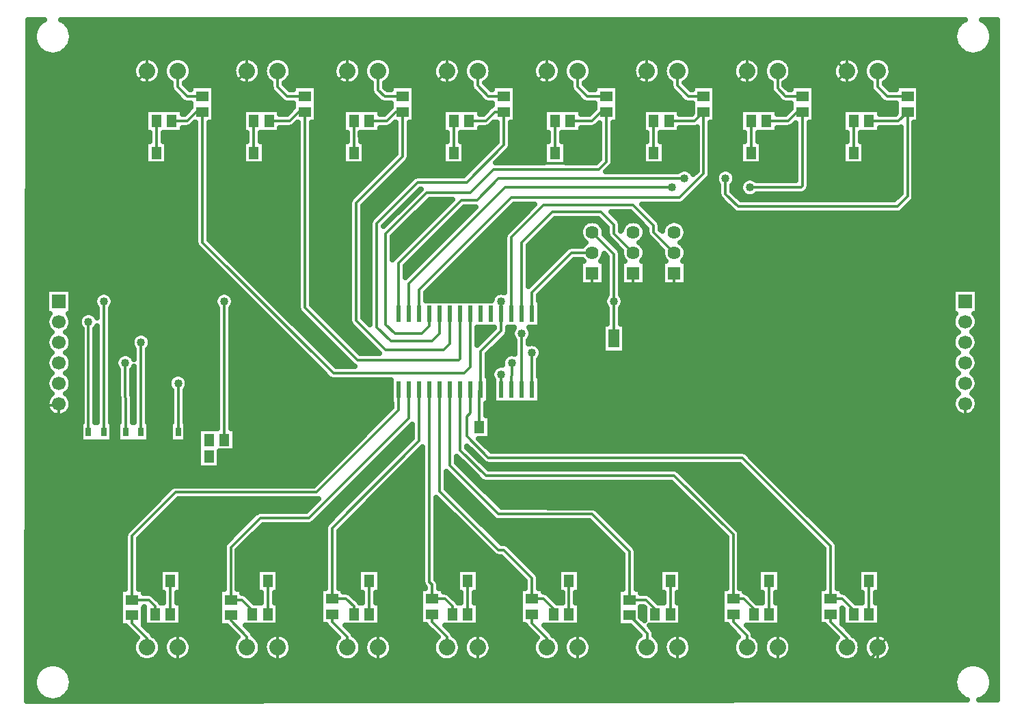
<source format=gbr>
G04 DipTrace 3.3.1.3*
G04 Top.gbr*
%MOIN*%
G04 #@! TF.FileFunction,Copper,L1,Top*
G04 #@! TF.Part,Single*
G04 #@! TA.AperFunction,CopperBalancing*
%ADD15C,0.012992*%
%ADD17C,0.025*%
G04 #@! TA.AperFunction,ComponentPad*
%ADD19C,0.08*%
%ADD20R,0.051181X0.059055*%
%ADD21R,0.059055X0.051181*%
G04 #@! TA.AperFunction,ComponentPad*
%ADD22R,0.06378X0.06378*%
%ADD23C,0.06378*%
%ADD24R,0.023622X0.07874*%
G04 #@! TA.AperFunction,ComponentPad*
%ADD25R,0.066929X0.066929*%
%ADD26C,0.066929*%
%ADD28R,0.055118X0.088583*%
%ADD30R,0.025591X0.041339*%
G04 #@! TA.AperFunction,ViaPad*
%ADD31C,0.04*%
%FSLAX26Y26*%
G04*
G70*
G90*
G75*
G01*
G04 Top*
%LPD*%
X1162749Y1731500D2*
D15*
Y1969000D1*
X2737749Y1937751D2*
Y2012749D1*
X2631697Y1756500D2*
Y1931698D1*
X2637749Y1937751D1*
X3287751Y2187749D2*
Y2369000D1*
X2737749Y2307829D2*
Y2369000D1*
Y2307829D2*
Y2225249D1*
X2637749Y2125249D1*
Y1937751D1*
X3287751Y2369000D2*
Y2600249D1*
X3181500Y2706500D1*
X800249Y1731500D2*
Y2369000D1*
X1387554Y1694000D2*
Y2369000D1*
X3181500Y2606500D2*
X3081500D1*
X2887749Y2412749D1*
Y2307829D1*
X2837749D2*
Y2656500D1*
X2987751Y2806500D1*
X3225251D1*
X3287751Y2744000D1*
Y2700251D1*
X3381520Y2606480D1*
X2787749Y2307829D2*
Y2681499D1*
X2944000Y2837751D1*
X3381500D1*
X3481500Y2737751D1*
Y2706500D1*
X3581520Y2606480D1*
X2587749Y2307829D2*
Y2050249D1*
X2556500Y2019000D1*
X1919000D1*
X1281500Y2656500D1*
Y3294197D1*
X1250446D1*
X1206500Y3250251D1*
X1131303D1*
X2537749Y2307829D2*
Y2087749D1*
X2531500Y2081500D1*
X2037749D1*
X1781520Y2337730D1*
Y3294197D1*
X1750446D1*
X1706500Y3250251D1*
X1606303D1*
X2487749Y2307829D2*
Y2162749D1*
X2456500Y2131500D1*
X2175249D1*
X2031500Y2275249D1*
Y2850251D1*
X2256520Y3075269D1*
Y3294197D1*
X2225446D1*
X2181500Y3250249D1*
X2093803D1*
X2437749Y2307829D2*
Y2212749D1*
X2400249Y2175249D1*
X2200251D1*
X2131500Y2244000D1*
Y2750249D1*
X2331500Y2950249D1*
X2569000D1*
X2750260Y3131509D1*
Y3294197D1*
X2706697D1*
X2662751Y3250251D1*
X2581303D1*
X2387749Y2307829D2*
Y2250249D1*
X2350249Y2212751D1*
X2219000D1*
X2175249Y2256500D1*
Y2700249D1*
X2375251Y2900249D1*
X2587751D1*
X2700251Y3012751D1*
X3212751D1*
X3250249Y3050249D1*
Y3294197D1*
X3225446D1*
X3181500Y3250251D1*
X3075054D1*
X2337749Y2307829D2*
Y2425249D1*
X2787751Y2875251D1*
X3606500D1*
X3725251Y2994000D1*
Y3294197D1*
Y3294000D1*
X3681500Y3250251D1*
X3556303D1*
X2287749Y2307829D2*
Y2456500D1*
X2756500Y2925249D1*
X3569000D1*
X3950249D2*
X4200251D1*
X4206500Y2931500D1*
Y3294197D1*
X4181697D1*
X4137749Y3250249D1*
X4031303D1*
X2237749Y2307829D2*
Y2556499D1*
X2544000Y2862751D1*
X2619000D1*
X2725251Y2969000D1*
X3631500D1*
X3831500D2*
Y2894000D1*
X3894000Y2831500D1*
X4669000D1*
X4719000Y2881500D1*
Y3294197D1*
Y3294000D1*
X4675251Y3250251D1*
X4531303D1*
X2237749Y1937751D2*
Y1837749D1*
X1837751Y1437751D1*
X1150249D1*
X937751Y1225251D1*
Y912554D1*
X1050251Y844000D2*
Y881500D1*
X1019196Y912554D1*
X937751D1*
X2287749Y1937751D2*
Y1800249D1*
X1800249Y1312751D1*
X1562751D1*
X1419000Y1169000D1*
Y912554D1*
X1525260Y844000D2*
Y862740D1*
X1475446Y912554D1*
X1419000D1*
X2337749Y1937751D2*
Y1687749D1*
X1912751Y1262751D1*
Y918803D1*
X2019000Y844000D2*
Y881500D1*
X1981697Y918803D1*
X1912751D1*
X2387749Y1937751D2*
Y1000251D1*
X2400249Y987751D1*
Y918803D1*
X2500251Y844000D2*
Y881500D1*
X2462946Y918803D1*
X2400249D1*
X2437749Y1937751D2*
Y1444000D1*
X2725251Y1156500D1*
X2750251D1*
X2887751Y1019000D1*
Y918803D1*
X2994000Y844000D2*
Y869000D1*
X2944197Y918803D1*
X2887751D1*
X2487749Y1937751D2*
Y1569000D1*
X2725251Y1331500D1*
X3181500D1*
X3362751Y1150249D1*
Y912554D1*
X3487760Y844000D2*
Y868990D1*
X3444196Y912554D1*
X3362751D1*
X2537749Y1937751D2*
Y1644000D1*
X2662751Y1519000D1*
X3581500D1*
X3869000Y1231500D1*
Y918803D1*
X3969000Y844000D2*
Y869000D1*
X3919197Y918803D1*
X3869000D1*
X2587749Y1937751D2*
Y1825249D1*
X2569000Y1806500D1*
Y1712749D1*
X2675249Y1606500D1*
X3912751D1*
X4344000Y1175249D1*
Y918803D1*
X4456520Y844000D2*
Y862731D1*
X4400446Y918803D1*
X4344000D1*
X2706500Y1756500D2*
Y1825249D1*
X2687749Y1844000D1*
Y1937751D1*
X3287751Y2053891D2*
Y1869000D1*
X2706500Y1756500D2*
X3175251D1*
X3287751Y1869000D1*
X3581520Y2506480D2*
Y2162769D1*
X3287751Y1869000D1*
X1087946Y1731500D2*
Y1869000D1*
X1387749Y1612751D2*
Y1537749D1*
X1356500Y1506500D1*
X1125348D1*
X944098D1*
X762848D1*
X666226D1*
X650249D1*
X581500Y1575249D1*
Y1869000D1*
X762848Y1640949D2*
Y1506500D1*
X944098Y1640949D2*
Y1506500D1*
X1125348Y1640949D2*
Y1506500D1*
X4573134Y681480D2*
Y660634D1*
X4500249Y587749D1*
X4181172D1*
X4085614D1*
X3680155D1*
X3598134D1*
X3231507D1*
X3110614D1*
X2728014D1*
X2623134D1*
X2258618D1*
X2137740D1*
X1749004D1*
X1648134D1*
X1264984D1*
X1160614D1*
X900251D1*
X666226Y821774D1*
Y1506500D1*
X1160614Y681480D2*
Y587749D1*
X1648134Y681480D2*
Y587749D1*
X2137740Y681480D2*
Y587749D1*
X2623134Y681480D2*
Y587749D1*
X3110614Y681480D2*
Y587749D1*
X3598134Y681480D2*
Y587749D1*
X4085614Y681480D2*
Y587749D1*
X1050251Y1006500D2*
Y1069000D1*
X1087751Y1106500D1*
X1194000D1*
X1264984Y1035516D1*
Y587749D1*
X1525251Y1006500D2*
Y1050251D1*
X1587751Y1112751D1*
X1694000D1*
X1749004Y1057747D1*
Y587749D1*
X2019000Y1006500D2*
Y1037749D1*
X2106500Y1125249D1*
X2200251D1*
X2258618Y1066882D1*
Y587749D1*
X2500231Y1006500D2*
Y1043980D1*
X2556500Y1100249D1*
X2656500D1*
X2728014Y1028735D1*
Y587749D1*
X2994000Y1006500D2*
Y1037749D1*
X3062751Y1106500D1*
X3169000D1*
X3231507Y1043993D1*
Y587749D1*
X3487751Y1006500D2*
Y1050251D1*
X3544000Y1106500D1*
X3631500D1*
X3680155Y1057845D1*
Y587749D1*
X3969000Y1006500D2*
Y1069000D1*
X4031500Y1131500D1*
X4144000D1*
X4181172Y1094328D1*
Y587749D1*
X4456500Y1006500D2*
Y1056500D1*
X4556500Y1156500D1*
X4644000D1*
X4706500Y1094000D1*
Y814846D1*
X4573134Y681480D1*
X4423134Y3493134D2*
X4419866D1*
X4312751Y3600249D1*
X3935634D1*
X3448134D1*
X2960634D1*
X2473134D1*
X1997446D1*
X1484168D1*
X1019659D1*
X843999D1*
X494000Y3250251D1*
Y1887749D1*
X519000Y1862751D1*
X575251D1*
X581500Y1869000D1*
X1010634Y3493114D2*
Y3591224D1*
X1019659Y3600249D1*
X1498134Y3493114D2*
Y3586283D1*
X1484168Y3600249D1*
X1987740Y3493134D2*
Y3590543D1*
X1997446Y3600249D1*
X2473134Y3493134D2*
Y3600249D1*
X2960634Y3493134D2*
Y3600249D1*
X3448134Y3493134D2*
Y3600249D1*
X3935634Y3493134D2*
Y3600249D1*
X4531303Y3094000D2*
Y3037554D1*
X4500249Y3006500D1*
X4400249D1*
X4350249Y3056500D1*
Y3420249D1*
X4423134Y3493134D1*
X4031303Y3094000D2*
Y3062554D1*
X3981500Y3012751D1*
X3900249D1*
X3862751Y3050249D1*
Y3420251D1*
X3935634Y3493134D1*
X3556303Y3094000D2*
Y3056303D1*
X3519000Y3019000D1*
X3412751D1*
X3362751Y3069000D1*
Y3407751D1*
X3448134Y3493134D1*
X3075054Y3094000D2*
Y3062554D1*
X3056500Y3044000D1*
X2925249D1*
X2869000Y3100249D1*
Y3401500D1*
X2960634Y3493134D1*
X2581303Y3094000D2*
Y3031303D1*
X2556500Y3006500D1*
X2462749D1*
X2369000Y3100249D1*
Y3389000D1*
X2473134Y3493134D1*
X2094000Y3094000D2*
Y3019001D1*
X2062749Y2987751D1*
X1944000D1*
X1894000Y3037751D1*
Y3399394D1*
X1987740Y3493134D1*
X1606303Y3094000D2*
Y3056303D1*
X1550249Y3000249D1*
X1456501D1*
X1412751Y3044000D1*
Y3407731D1*
X1498134Y3493114D1*
X1131303Y3094000D2*
Y3025054D1*
X1094000Y2987751D1*
X975249D1*
X919000Y3044000D1*
Y3401480D1*
X1010634Y3493114D1*
X981500Y1731500D2*
Y2169000D1*
X2887749Y1937751D2*
Y2119000D1*
X725446Y1731500D2*
Y2269000D1*
X2837749Y1937751D2*
Y2212749D1*
X1056500Y3094000D2*
Y3250251D1*
X1531500Y3094000D2*
Y3250251D1*
X2019197Y3094000D2*
Y3250052D1*
X2019000Y3250249D1*
X2506500Y3094000D2*
Y3250251D1*
X3000251Y3094000D2*
Y3250251D1*
X3481500Y3094000D2*
Y3250251D1*
X3956500Y3094000D2*
Y3250249D1*
X4456500Y3094000D2*
Y3250251D1*
X1125054Y1006500D2*
Y844000D1*
X1600063D2*
Y1006491D1*
X1600054Y1006500D1*
X2093803Y844000D2*
Y1006500D1*
X2575054Y844000D2*
Y1006480D1*
X2575034Y1006500D1*
X3068803Y844000D2*
Y1006500D1*
X3562563Y844000D2*
Y1006491D1*
X3562554Y1006500D1*
X4043803Y844000D2*
Y1006500D1*
X4531323Y844000D2*
Y1006480D1*
X4531303Y1006500D1*
X1281500Y3369000D2*
X1206500D1*
X1160634Y3414866D1*
Y3493114D1*
X1781520Y3369000D2*
X1694000D1*
X1648134Y3414866D1*
Y3493114D1*
X2256520Y3369000D2*
X2169000D1*
X2137740Y3400260D1*
Y3493134D1*
X2750260Y3369000D2*
X2675249D1*
X2623134Y3421115D1*
Y3493134D1*
X3250249Y3369000D2*
X3156500D1*
X3110634Y3414866D1*
Y3493134D1*
X3725251Y3369000D2*
X3650249D1*
X3598134Y3421117D1*
Y3493134D1*
X4206500Y3369000D2*
X4125251D1*
X4085634Y3408617D1*
Y3493134D1*
X4719000Y3369000D2*
X4619000D1*
X4573134Y3414866D1*
Y3493134D1*
X937751Y837751D2*
Y800249D1*
X1010614Y727386D1*
Y681480D1*
X1419000Y837751D2*
Y812751D1*
X1498134Y733615D1*
Y681480D1*
X1912751Y844000D2*
Y806500D1*
X1987740Y731510D1*
Y681480D1*
X2400249Y844000D2*
Y806501D1*
X2473134Y733615D1*
Y681480D1*
X2887751Y844000D2*
Y800249D1*
X2960614Y727386D1*
Y681480D1*
X3362751Y837751D2*
X3450249Y750251D1*
Y683596D1*
X3448134Y681480D1*
X3869000Y844000D2*
Y806500D1*
X3935614Y739886D1*
Y681480D1*
X4344000Y844000D2*
Y806500D1*
X4423134Y727366D1*
Y681480D1*
X906697Y1731500D2*
X904726Y2069000D1*
X2787749Y1937751D2*
X2789636Y2069000D1*
D31*
X1162749Y1969000D3*
X2737749Y2012749D3*
X3287751Y2369000D3*
X2737749D3*
X800249D3*
X1387554D3*
X3569000Y2925249D3*
X3950249D3*
X3631500Y2969000D3*
X3831500D3*
X3287751Y1869000D3*
D3*
X1087946D3*
X981500Y2169000D3*
X2887749Y2119000D3*
X725446Y2269000D3*
X2837749Y2212749D3*
X904726Y2069000D3*
X2789636D3*
X433941Y3719131D2*
D17*
X477887D1*
X625060D2*
X4966101D1*
X5113239D2*
X5153991D1*
X433869Y3694262D2*
X463605D1*
X639341D2*
X4951783D1*
X5127556D2*
X5153991D1*
X433833Y3669394D2*
X457936D1*
X645012D2*
X4946114D1*
X5133226D2*
X5153991D1*
X433797Y3644525D2*
X459227D1*
X643719D2*
X4947441D1*
X5131899D2*
X5153991D1*
X433761Y3619656D2*
X467875D1*
X635108D2*
X4956054D1*
X5123286D2*
X5153991D1*
X433689Y3594787D2*
X486786D1*
X616197D2*
X4974965D1*
X5104375D2*
X5153991D1*
X433654Y3569919D2*
X5153991D1*
X433618Y3545050D2*
X966630D1*
X1054665D2*
X1116625D1*
X1204661D2*
X1454115D1*
X1542152D2*
X1604112D1*
X1692148D2*
X1943684D1*
X2031791D2*
X2093680D1*
X2181787D2*
X2429089D1*
X2517161D2*
X2579085D1*
X2667193D2*
X2916576D1*
X3004684D2*
X3066572D1*
X3154680D2*
X3404098D1*
X3492171D2*
X3554094D1*
X3642167D2*
X3891585D1*
X3979693D2*
X4041581D1*
X4129689D2*
X4379072D1*
X4467180D2*
X4529104D1*
X4617176D2*
X5153991D1*
X433546Y3520181D2*
X947395D1*
X1073864D2*
X1097391D1*
X1223860D2*
X1434917D1*
X1561350D2*
X1584913D1*
X1711382D2*
X1924486D1*
X2050990D2*
X2074482D1*
X2200986D2*
X2409891D1*
X2536360D2*
X2559887D1*
X2686391D2*
X2897378D1*
X3023882D2*
X3047374D1*
X3173878D2*
X3384900D1*
X3511369D2*
X3534896D1*
X3661365D2*
X3872387D1*
X3998891D2*
X4022383D1*
X4148887D2*
X4359874D1*
X4486378D2*
X4509906D1*
X4636374D2*
X5153991D1*
X433510Y3495312D2*
X941690D1*
X1079605D2*
X1091686D1*
X1229601D2*
X1429176D1*
X1567092D2*
X1579203D1*
X1717088D2*
X1918781D1*
X2056696D2*
X2068776D1*
X2206692D2*
X2404186D1*
X2542101D2*
X2554181D1*
X2692097D2*
X2891672D1*
X3029588D2*
X3041668D1*
X3179583D2*
X3379196D1*
X3517073D2*
X3529190D1*
X3667106D2*
X3866681D1*
X4004597D2*
X4016677D1*
X4154593D2*
X4354168D1*
X4492083D2*
X4504164D1*
X4642079D2*
X5153991D1*
X433474Y3470444D2*
X945636D1*
X1075657D2*
X1095633D1*
X1225654D2*
X1433123D1*
X1563144D2*
X1583119D1*
X1713140D2*
X1922727D1*
X2052748D2*
X2072723D1*
X2202744D2*
X2408133D1*
X2538118D2*
X2558129D1*
X2688150D2*
X2895619D1*
X3025640D2*
X3045615D1*
X3175636D2*
X3383142D1*
X3513127D2*
X3533138D1*
X3663123D2*
X3870629D1*
X4000650D2*
X4020625D1*
X4150646D2*
X4358115D1*
X4488136D2*
X4508147D1*
X4638133D2*
X5153991D1*
X433403Y3445575D2*
X961642D1*
X1059617D2*
X1111638D1*
X1209613D2*
X1449129D1*
X1547140D2*
X1599160D1*
X1697135D2*
X1938768D1*
X2036707D2*
X2088764D1*
X2186703D2*
X2424173D1*
X2522113D2*
X2574169D1*
X2672109D2*
X2911660D1*
X3009600D2*
X3061656D1*
X3159596D2*
X3399182D1*
X3497087D2*
X3549178D1*
X3647118D2*
X3886669D1*
X3984609D2*
X4036665D1*
X4134605D2*
X4374156D1*
X4472096D2*
X4524152D1*
X4622092D2*
X5153991D1*
X433366Y3420706D2*
X1125130D1*
X1203944D2*
X1222986D1*
X1340016D2*
X1612652D1*
X1691430D2*
X1722996D1*
X1840026D2*
X2102256D1*
X2173211D2*
X2197995D1*
X2315026D2*
X2587661D1*
X2672684D2*
X2691726D1*
X2808793D2*
X3075148D1*
X3153962D2*
X3191736D1*
X3308766D2*
X3562635D1*
X3647693D2*
X3666735D1*
X3783765D2*
X4050157D1*
X4122692D2*
X4147978D1*
X4265008D2*
X4537644D1*
X4616458D2*
X4660475D1*
X4777507D2*
X5153991D1*
X433331Y3395837D2*
X1131194D1*
X1340016D2*
X1618681D1*
X1840026D2*
X2102543D1*
X2315026D2*
X2599252D1*
X2808793D2*
X3081177D1*
X3308766D2*
X3574261D1*
X3783765D2*
X4052705D1*
X4265008D2*
X4543673D1*
X4777507D2*
X5153991D1*
X433295Y3370969D2*
X1155381D1*
X1340016D2*
X1642867D1*
X1840026D2*
X2117866D1*
X2315026D2*
X2624119D1*
X2808793D2*
X3105362D1*
X3308766D2*
X3599129D1*
X3783765D2*
X4074129D1*
X4265008D2*
X4567895D1*
X4777507D2*
X5153991D1*
X433223Y3346100D2*
X1180248D1*
X1340016D2*
X1667735D1*
X1840026D2*
X2142734D1*
X2315026D2*
X2648988D1*
X2808793D2*
X3130231D1*
X3308766D2*
X3623997D1*
X3783765D2*
X4098996D1*
X4265008D2*
X4592762D1*
X4777507D2*
X5153991D1*
X433188Y3321231D2*
X1222986D1*
X1340016D2*
X1722996D1*
X1840026D2*
X2197995D1*
X2315026D2*
X2685302D1*
X2808793D2*
X3191736D1*
X3308766D2*
X3666735D1*
X3783765D2*
X4147978D1*
X4265008D2*
X4660475D1*
X4777507D2*
X5153991D1*
X433151Y3296362D2*
X1001903D1*
X1185894D2*
X1203465D1*
X1340016D2*
X1476903D1*
X1660892D2*
X1703475D1*
X1840026D2*
X1964425D1*
X2148379D2*
X2178474D1*
X2315026D2*
X2451912D1*
X2635902D2*
X2659717D1*
X2808793D2*
X2945678D1*
X3129633D2*
X3178459D1*
X3308766D2*
X3426921D1*
X3610875D2*
X3666735D1*
X3783765D2*
X3901920D1*
X4085874D2*
X4134701D1*
X4265008D2*
X4401930D1*
X4585885D2*
X4660475D1*
X4777507D2*
X5153991D1*
X433080Y3271493D2*
X1001903D1*
X1340016D2*
X1476903D1*
X1840026D2*
X1964425D1*
X2315026D2*
X2451912D1*
X2808793D2*
X2945678D1*
X3308766D2*
X3426921D1*
X3783765D2*
X3901920D1*
X4265008D2*
X4401930D1*
X4777507D2*
X5153991D1*
X433043Y3246625D2*
X1001903D1*
X1340016D2*
X1476903D1*
X1840026D2*
X1964425D1*
X2315026D2*
X2451912D1*
X2808793D2*
X2945678D1*
X3308766D2*
X3426921D1*
X3783765D2*
X3901920D1*
X4265008D2*
X4401930D1*
X4777507D2*
X5153991D1*
X433008Y3221756D2*
X1001903D1*
X1225618D2*
X1246024D1*
X1316979D2*
X1476903D1*
X1725627D2*
X1746034D1*
X1817025D2*
X1964425D1*
X2200627D2*
X2221033D1*
X2292024D2*
X2451912D1*
X2681870D2*
X2714764D1*
X2785755D2*
X2945678D1*
X3200612D2*
X3214773D1*
X3285728D2*
X3426921D1*
X3760728D2*
X3901920D1*
X4156890D2*
X4171016D1*
X4241971D2*
X4401930D1*
X4754504D2*
X5153991D1*
X432972Y3196887D2*
X1001903D1*
X1185894D2*
X1246024D1*
X1316979D2*
X1476903D1*
X1660892D2*
X1746034D1*
X1817025D2*
X1964425D1*
X2148379D2*
X2221033D1*
X2292024D2*
X2451912D1*
X2635902D2*
X2714764D1*
X2785755D2*
X2945678D1*
X3129633D2*
X3214773D1*
X3285728D2*
X3426921D1*
X3610875D2*
X3689773D1*
X3760728D2*
X3901920D1*
X4085874D2*
X4171016D1*
X4241971D2*
X4401930D1*
X4585885D2*
X4683513D1*
X4754504D2*
X5153991D1*
X432900Y3172018D2*
X1020993D1*
X1091984D2*
X1246024D1*
X1316979D2*
X1496029D1*
X1566984D2*
X1746034D1*
X1817025D2*
X1983694D1*
X2054686D2*
X2221033D1*
X2292024D2*
X2471003D1*
X2541993D2*
X2714764D1*
X2785755D2*
X2964769D1*
X3035723D2*
X3214773D1*
X3285728D2*
X3446012D1*
X3517003D2*
X3689773D1*
X3760728D2*
X3921010D1*
X3992001D2*
X4171016D1*
X4241971D2*
X4421021D1*
X4491975D2*
X4683513D1*
X4754504D2*
X5153991D1*
X432864Y3147150D2*
X1001903D1*
X1111075D2*
X1246024D1*
X1316979D2*
X1476903D1*
X1586075D2*
X1746034D1*
X1817025D2*
X1964605D1*
X2073776D2*
X2221033D1*
X2292024D2*
X2451912D1*
X2561084D2*
X2714764D1*
X2785755D2*
X2945678D1*
X3054850D2*
X3214773D1*
X3285728D2*
X3426921D1*
X3536093D2*
X3689773D1*
X3760728D2*
X3901920D1*
X4011092D2*
X4171016D1*
X4241971D2*
X4401930D1*
X4511066D2*
X4683513D1*
X4754504D2*
X5153991D1*
X432828Y3122281D2*
X1001903D1*
X1111075D2*
X1246024D1*
X1316979D2*
X1476903D1*
X1586075D2*
X1746034D1*
X1817025D2*
X1964605D1*
X2073776D2*
X2221033D1*
X2292024D2*
X2451912D1*
X2561084D2*
X2691869D1*
X2784427D2*
X2945678D1*
X3054850D2*
X3214773D1*
X3285728D2*
X3426921D1*
X3536093D2*
X3689773D1*
X3760728D2*
X3901920D1*
X4011092D2*
X4171016D1*
X4241971D2*
X4401930D1*
X4511066D2*
X4683513D1*
X4754504D2*
X5153991D1*
X432756Y3097412D2*
X1001903D1*
X1111075D2*
X1246024D1*
X1316979D2*
X1476903D1*
X1586075D2*
X1746034D1*
X1817025D2*
X1964605D1*
X2073776D2*
X2221033D1*
X2292024D2*
X2451912D1*
X2561084D2*
X2667001D1*
X2765301D2*
X2945678D1*
X3054850D2*
X3214773D1*
X3285728D2*
X3426921D1*
X3536093D2*
X3689773D1*
X3760728D2*
X3901920D1*
X4011092D2*
X4171016D1*
X4241971D2*
X4401930D1*
X4511066D2*
X4683513D1*
X4754504D2*
X5153991D1*
X432720Y3072543D2*
X1001903D1*
X1111075D2*
X1246024D1*
X1316979D2*
X1476903D1*
X1586075D2*
X1746034D1*
X1817025D2*
X1964605D1*
X2073776D2*
X2204634D1*
X2291881D2*
X2451912D1*
X2561084D2*
X2642134D1*
X2740433D2*
X2945678D1*
X3054850D2*
X3214773D1*
X3285728D2*
X3426921D1*
X3536093D2*
X3689773D1*
X3760728D2*
X3901920D1*
X4011092D2*
X4171016D1*
X4241971D2*
X4401930D1*
X4511066D2*
X4683513D1*
X4754504D2*
X5153991D1*
X432685Y3047675D2*
X1001903D1*
X1111075D2*
X1246024D1*
X1316979D2*
X1476903D1*
X1586075D2*
X1746034D1*
X1817025D2*
X1964605D1*
X2073776D2*
X2179766D1*
X2278064D2*
X2451912D1*
X2561084D2*
X2617266D1*
X2715564D2*
X2945678D1*
X3054850D2*
X3198518D1*
X3285621D2*
X3426921D1*
X3536093D2*
X3689773D1*
X3760728D2*
X3901920D1*
X4011092D2*
X4171016D1*
X4241971D2*
X4401930D1*
X4511066D2*
X4683513D1*
X4754504D2*
X5153991D1*
X432648Y3022806D2*
X1246024D1*
X1316979D2*
X1746034D1*
X1817025D2*
X2154898D1*
X2253197D2*
X2592398D1*
X3271949D2*
X3689773D1*
X3760728D2*
X4171016D1*
X4241971D2*
X4683513D1*
X4754504D2*
X5153991D1*
X432577Y2997937D2*
X1246024D1*
X1316979D2*
X1746034D1*
X1817025D2*
X2130030D1*
X2228329D2*
X2567530D1*
X3670371D2*
X3680049D1*
X3760728D2*
X3792617D1*
X3870390D2*
X4171016D1*
X4241971D2*
X4683513D1*
X4754504D2*
X5153991D1*
X432541Y2973068D2*
X1246024D1*
X1316979D2*
X1746034D1*
X1817025D2*
X2105163D1*
X2203462D2*
X2305181D1*
X3753264D2*
X3782677D1*
X3880329D2*
X4171016D1*
X4241971D2*
X4683513D1*
X4754504D2*
X5153991D1*
X432505Y2948199D2*
X1246024D1*
X1316979D2*
X1746034D1*
X1817025D2*
X2080295D1*
X2178594D2*
X2280314D1*
X3728612D2*
X3787413D1*
X3875593D2*
X3907303D1*
X4241971D2*
X4683513D1*
X4754504D2*
X5153991D1*
X432433Y2923331D2*
X1246024D1*
X1316979D2*
X1746034D1*
X1817025D2*
X2055428D1*
X2153726D2*
X2255446D1*
X3703744D2*
X3796026D1*
X3866980D2*
X3901310D1*
X4240966D2*
X4683513D1*
X4754504D2*
X5153991D1*
X432398Y2898462D2*
X1246024D1*
X1316979D2*
X1746034D1*
X1817025D2*
X2030559D1*
X2128858D2*
X2230577D1*
X3678875D2*
X3796026D1*
X3876203D2*
X3909743D1*
X4222018D2*
X4683513D1*
X4754504D2*
X5153991D1*
X432362Y2873593D2*
X1246024D1*
X1316979D2*
X1746034D1*
X1817025D2*
X2005692D1*
X2103991D2*
X2205675D1*
X3654008D2*
X3803094D1*
X3901071D2*
X4661948D1*
X4753535D2*
X5153991D1*
X432290Y2848724D2*
X1246024D1*
X1316979D2*
X1746034D1*
X1817025D2*
X1996003D1*
X2079123D2*
X2180807D1*
X2372871D2*
X2480835D1*
X3628602D2*
X3827639D1*
X4735378D2*
X5153991D1*
X432255Y2823856D2*
X1246024D1*
X1316979D2*
X1746034D1*
X1817025D2*
X1996003D1*
X2066995D2*
X2155938D1*
X2348003D2*
X2455967D1*
X2554265D2*
X2605962D1*
X2785503D2*
X2880944D1*
X3444552D2*
X3852508D1*
X4710510D2*
X5153991D1*
X432218Y2798987D2*
X1246024D1*
X1316979D2*
X1746034D1*
X1817025D2*
X1996003D1*
X2066995D2*
X2131071D1*
X2323135D2*
X2431098D1*
X2529398D2*
X2581094D1*
X2760635D2*
X2856075D1*
X3281925D2*
X3371121D1*
X3469420D2*
X3885916D1*
X4677067D2*
X5153991D1*
X432182Y2774118D2*
X1246024D1*
X1316979D2*
X1746034D1*
X1817025D2*
X1996003D1*
X2066995D2*
X2106203D1*
X2298268D2*
X2406231D1*
X2504530D2*
X2556227D1*
X2735768D2*
X2831207D1*
X3306793D2*
X3395988D1*
X3494287D2*
X5153991D1*
X432110Y2749249D2*
X1246024D1*
X1316979D2*
X1746034D1*
X1817025D2*
X1996003D1*
X2066995D2*
X2096012D1*
X2273400D2*
X2381364D1*
X2479663D2*
X2531360D1*
X2710900D2*
X2806340D1*
X2979636D2*
X3139238D1*
X3223757D2*
X3233335D1*
X3322833D2*
X3339291D1*
X3514921D2*
X3539274D1*
X3623757D2*
X5153991D1*
X432075Y2724381D2*
X1246024D1*
X1316979D2*
X1746034D1*
X1817025D2*
X1996003D1*
X2066995D2*
X2096012D1*
X2248533D2*
X2356496D1*
X2454794D2*
X2506492D1*
X2686033D2*
X2781472D1*
X2954769D2*
X3123412D1*
X3239581D2*
X3252273D1*
X3639583D2*
X5153991D1*
X432039Y2699512D2*
X1246024D1*
X1316979D2*
X1746034D1*
X1817025D2*
X1996003D1*
X2066995D2*
X2096012D1*
X2223664D2*
X2331592D1*
X2429927D2*
X2481623D1*
X2661164D2*
X2757609D1*
X2929902D2*
X3121045D1*
X3241950D2*
X3252273D1*
X3641987D2*
X5153991D1*
X431967Y2674643D2*
X1246024D1*
X1316979D2*
X1746034D1*
X1817025D2*
X1996003D1*
X2066995D2*
X2096012D1*
X2210747D2*
X2306724D1*
X2405059D2*
X2456756D1*
X2636297D2*
X2752262D1*
X2905033D2*
X3130087D1*
X3432962D2*
X3464205D1*
X3632944D2*
X5153991D1*
X431932Y2649774D2*
X1246706D1*
X1337361D2*
X1746034D1*
X1817025D2*
X1996003D1*
X2066995D2*
X2096012D1*
X2210747D2*
X2281857D1*
X2380192D2*
X2431888D1*
X2611429D2*
X2752262D1*
X2880165D2*
X3139811D1*
X3423201D2*
X3489072D1*
X3623184D2*
X5153991D1*
X431895Y2624906D2*
X1263930D1*
X1362265D2*
X1746034D1*
X1817025D2*
X1996003D1*
X2066995D2*
X2096012D1*
X2210747D2*
X2256988D1*
X2355324D2*
X2407021D1*
X2586562D2*
X2752262D1*
X2873240D2*
X3050747D1*
X3439421D2*
X3513940D1*
X3639403D2*
X5153991D1*
X431860Y2600037D2*
X1288798D1*
X1387133D2*
X1746034D1*
X1817025D2*
X1996003D1*
X2066995D2*
X2096012D1*
X2210747D2*
X2232121D1*
X2330455D2*
X2382117D1*
X2561693D2*
X2752262D1*
X2873240D2*
X3025879D1*
X3442041D2*
X3521009D1*
X3642059D2*
X5153991D1*
X431787Y2575168D2*
X1313665D1*
X1412000D2*
X1746034D1*
X1817025D2*
X1996003D1*
X2066995D2*
X2096012D1*
X2305588D2*
X2357249D1*
X2536825D2*
X2752262D1*
X2873240D2*
X3001012D1*
X3233266D2*
X3252273D1*
X3433285D2*
X3529730D1*
X3633303D2*
X5153991D1*
X431752Y2550299D2*
X1338533D1*
X1436867D2*
X1746034D1*
X1817025D2*
X1996003D1*
X2066995D2*
X2096012D1*
X2280685D2*
X2332382D1*
X2511958D2*
X2752262D1*
X2873240D2*
X2976144D1*
X3074442D2*
X3120613D1*
X3242381D2*
X3252273D1*
X3442399D2*
X3520651D1*
X3642417D2*
X5153991D1*
X431715Y2525430D2*
X1363400D1*
X1461735D2*
X1746034D1*
X1817025D2*
X1996003D1*
X2066995D2*
X2096012D1*
X2273220D2*
X2307513D1*
X2487091D2*
X2752262D1*
X2873240D2*
X2951276D1*
X3049575D2*
X3120613D1*
X3242381D2*
X3252273D1*
X3442399D2*
X3520651D1*
X3642417D2*
X5153991D1*
X431644Y2500562D2*
X1388269D1*
X1486604D2*
X1746034D1*
X1817025D2*
X1996003D1*
X2066995D2*
X2096012D1*
X2273220D2*
X2282646D1*
X2462223D2*
X2752262D1*
X2873240D2*
X2926408D1*
X3024707D2*
X3120613D1*
X3242381D2*
X3252273D1*
X3442399D2*
X3520651D1*
X3642417D2*
X5153991D1*
X431608Y2475693D2*
X1413172D1*
X1511471D2*
X1746034D1*
X1817025D2*
X1996003D1*
X2066995D2*
X2096012D1*
X2437354D2*
X2752262D1*
X2873240D2*
X2901541D1*
X2999840D2*
X3120613D1*
X3242381D2*
X3252273D1*
X3442399D2*
X3520651D1*
X3642417D2*
X5153991D1*
X431572Y2450824D2*
X1438039D1*
X1536339D2*
X1746034D1*
X1817025D2*
X1996003D1*
X2066995D2*
X2096012D1*
X2412487D2*
X2752262D1*
X2974971D2*
X3120613D1*
X3242381D2*
X3252273D1*
X3442399D2*
X3520651D1*
X3642417D2*
X5153991D1*
X431500Y2425955D2*
X519046D1*
X643971D2*
X1462908D1*
X1561206D2*
X1746034D1*
X1817025D2*
X1996003D1*
X2066995D2*
X2096012D1*
X2387619D2*
X2752262D1*
X2950104D2*
X3252273D1*
X3323228D2*
X4937214D1*
X5062104D2*
X5153991D1*
X431465Y2401087D2*
X519046D1*
X643971D2*
X764098D1*
X836382D2*
X1351416D1*
X1423698D2*
X1487776D1*
X1586075D2*
X1746034D1*
X1817025D2*
X1996003D1*
X2066995D2*
X2096012D1*
X2373230D2*
X2701594D1*
X2925236D2*
X3251591D1*
X3323909D2*
X4937214D1*
X5062104D2*
X5153991D1*
X431429Y2376218D2*
X519046D1*
X643971D2*
X751827D1*
X848690D2*
X1339143D1*
X1435971D2*
X1512643D1*
X1610942D2*
X1746034D1*
X1817025D2*
X1996003D1*
X2066995D2*
X2096012D1*
X2373230D2*
X2689322D1*
X2923227D2*
X3239319D1*
X3336182D2*
X4937214D1*
X5062104D2*
X5153991D1*
X431392Y2351349D2*
X519046D1*
X643971D2*
X754734D1*
X845748D2*
X1342050D1*
X1433064D2*
X1537510D1*
X1635810D2*
X1746034D1*
X1817060D2*
X1996003D1*
X2066995D2*
X2096012D1*
X2928538D2*
X3242224D1*
X3333276D2*
X4937214D1*
X5062104D2*
X5153991D1*
X431322Y2326480D2*
X519046D1*
X643971D2*
X764745D1*
X835736D2*
X1352062D1*
X1423052D2*
X1562378D1*
X1660677D2*
X1748008D1*
X1841929D2*
X1996003D1*
X2066995D2*
X2096012D1*
X2928538D2*
X3252273D1*
X3323228D2*
X4937214D1*
X5062104D2*
X5153991D1*
X431285Y2301612D2*
X528698D1*
X634318D2*
X689819D1*
X835736D2*
X1352062D1*
X1423052D2*
X1587247D1*
X1685545D2*
X1768497D1*
X1866797D2*
X1996003D1*
X2066995D2*
X2096012D1*
X2928538D2*
X3252273D1*
X3323228D2*
X4945970D1*
X5053348D2*
X5153991D1*
X431249Y2276743D2*
X519549D1*
X643469D2*
X677115D1*
X835736D2*
X1352062D1*
X1423052D2*
X1612114D1*
X1710413D2*
X1793365D1*
X1891664D2*
X1996003D1*
X2079159D2*
X2096012D1*
X2928538D2*
X3252273D1*
X3323228D2*
X4937538D1*
X5061781D2*
X5153991D1*
X431177Y2251874D2*
X521558D1*
X641459D2*
X679735D1*
X835736D2*
X1352062D1*
X1423052D2*
X1636982D1*
X1735281D2*
X1818232D1*
X1916531D2*
X2005728D1*
X2928538D2*
X3231209D1*
X3344291D2*
X4940121D1*
X5059197D2*
X5153991D1*
X431142Y2227005D2*
X536198D1*
X626782D2*
X689962D1*
X835736D2*
X1352062D1*
X1423052D2*
X1661849D1*
X1760148D2*
X1843101D1*
X1941399D2*
X2030596D1*
X2623235D2*
X2690362D1*
X2773231D2*
X2790982D1*
X2884508D2*
X3231209D1*
X3344291D2*
X4955766D1*
X5043551D2*
X5153991D1*
X431106Y2202136D2*
X529022D1*
X633959D2*
X689962D1*
X835736D2*
X946391D1*
X1016629D2*
X1352062D1*
X1423052D2*
X1686718D1*
X1785016D2*
X1867969D1*
X1966268D2*
X2055463D1*
X2623235D2*
X2665495D1*
X2763793D2*
X2789976D1*
X2885512D2*
X3231209D1*
X3344291D2*
X4946293D1*
X5053025D2*
X5153991D1*
X431070Y2177268D2*
X519619D1*
X643396D2*
X689962D1*
X835736D2*
X933257D1*
X1029761D2*
X1352062D1*
X1423052D2*
X1711585D1*
X1809885D2*
X1892836D1*
X1991135D2*
X2080331D1*
X2623235D2*
X2640626D1*
X2738925D2*
X2802249D1*
X2873240D2*
X3231209D1*
X3344291D2*
X4937609D1*
X5061709D2*
X5153991D1*
X430999Y2152399D2*
X521378D1*
X641602D2*
X689962D1*
X835736D2*
X935589D1*
X1027429D2*
X1352062D1*
X1423052D2*
X1736453D1*
X1834752D2*
X1917703D1*
X2016003D2*
X2105198D1*
X2714058D2*
X2802249D1*
X2922581D2*
X3231209D1*
X3344291D2*
X4939978D1*
X5059340D2*
X5153991D1*
X430962Y2127530D2*
X535696D1*
X627285D2*
X689962D1*
X835736D2*
X945996D1*
X1016987D2*
X1352062D1*
X1423052D2*
X1761320D1*
X1859619D2*
X1942572D1*
X2040870D2*
X2130067D1*
X2689190D2*
X2802249D1*
X2935966D2*
X3231209D1*
X3344291D2*
X4955228D1*
X5044089D2*
X5153991D1*
X430927Y2102661D2*
X529381D1*
X633600D2*
X689962D1*
X835736D2*
X870173D1*
X1016987D2*
X1352062D1*
X1423052D2*
X1786188D1*
X1884487D2*
X1967440D1*
X2673222D2*
X2755062D1*
X2933777D2*
X4946652D1*
X5052667D2*
X5153991D1*
X430854Y2077793D2*
X519692D1*
X643325D2*
X689962D1*
X835736D2*
X856572D1*
X1016987D2*
X1352062D1*
X1423052D2*
X1811056D1*
X1909354D2*
X1992307D1*
X2673222D2*
X2741497D1*
X2923227D2*
X4937646D1*
X5061673D2*
X5153991D1*
X430819Y2052924D2*
X521235D1*
X641745D2*
X689962D1*
X835736D2*
X858618D1*
X1016987D2*
X1352062D1*
X1423052D2*
X1835924D1*
X1934223D2*
X2018753D1*
X2673222D2*
X2711857D1*
X2923227D2*
X4939798D1*
X5059520D2*
X5153991D1*
X430783Y2028055D2*
X535194D1*
X627787D2*
X689962D1*
X835736D2*
X869491D1*
X1016987D2*
X1352062D1*
X1423052D2*
X1860791D1*
X2673222D2*
X2691331D1*
X2923227D2*
X4954690D1*
X5044629D2*
X5153991D1*
X430747Y2003186D2*
X529739D1*
X633241D2*
X689962D1*
X835736D2*
X869634D1*
X1016987D2*
X1128755D1*
X1196766D2*
X1352062D1*
X1423052D2*
X1885659D1*
X2678568D2*
X2689752D1*
X2928538D2*
X4946975D1*
X5052343D2*
X5153991D1*
X430676Y1978318D2*
X519764D1*
X643218D2*
X689962D1*
X835736D2*
X869778D1*
X1016987D2*
X1114688D1*
X1210798D2*
X1352062D1*
X1423052D2*
X2196954D1*
X2678568D2*
X2696929D1*
X2928538D2*
X4937717D1*
X5061601D2*
X5153991D1*
X430639Y1953449D2*
X521092D1*
X641890D2*
X689962D1*
X835736D2*
X869921D1*
X1016987D2*
X1116446D1*
X1209075D2*
X1352062D1*
X1423052D2*
X2196954D1*
X2678568D2*
X2696929D1*
X2928538D2*
X4939655D1*
X5059664D2*
X5153991D1*
X430604Y1928580D2*
X534727D1*
X628290D2*
X689962D1*
X835736D2*
X870066D1*
X1016987D2*
X1127247D1*
X1198238D2*
X1352062D1*
X1423052D2*
X2196954D1*
X2678568D2*
X2696929D1*
X2928538D2*
X4954188D1*
X5045130D2*
X5153991D1*
X430531Y1903711D2*
X530098D1*
X632883D2*
X689962D1*
X835736D2*
X870209D1*
X1016987D2*
X1127247D1*
X1198238D2*
X1352062D1*
X1423052D2*
X2196954D1*
X2678568D2*
X2696929D1*
X2928538D2*
X4947333D1*
X5051984D2*
X5153991D1*
X430496Y1878843D2*
X519871D1*
X643146D2*
X689962D1*
X835736D2*
X870352D1*
X1016987D2*
X1127247D1*
X1198238D2*
X1352062D1*
X1423052D2*
X2196954D1*
X2678568D2*
X2696929D1*
X2928538D2*
X4937789D1*
X5061529D2*
X5153991D1*
X430459Y1853974D2*
X520948D1*
X642033D2*
X689962D1*
X835736D2*
X870496D1*
X1016987D2*
X1127247D1*
X1198238D2*
X1352062D1*
X1423052D2*
X2202265D1*
X2667193D2*
X4939475D1*
X5059843D2*
X5153991D1*
X430388Y1829105D2*
X534261D1*
X628756D2*
X689962D1*
X835736D2*
X870639D1*
X1016987D2*
X1127247D1*
X1198238D2*
X1352062D1*
X1423052D2*
X2179945D1*
X2667193D2*
X4953685D1*
X5045633D2*
X5153991D1*
X430352Y1804236D2*
X689962D1*
X835736D2*
X870782D1*
X1016987D2*
X1127247D1*
X1198238D2*
X1352062D1*
X1423052D2*
X2155077D1*
X2686283D2*
X5153991D1*
X430316Y1779367D2*
X689962D1*
X835736D2*
X870927D1*
X1016987D2*
X1127247D1*
X1198238D2*
X1352062D1*
X1423052D2*
X2130210D1*
X2686283D2*
X5153991D1*
X430281Y1754499D2*
X683647D1*
X842051D2*
X864898D1*
X1023303D2*
X1120967D1*
X1204554D2*
X1352062D1*
X1423052D2*
X2105343D1*
X2291163D2*
X2302274D1*
X2686283D2*
X5153991D1*
X430209Y1729630D2*
X683647D1*
X842051D2*
X864898D1*
X1023303D2*
X1120967D1*
X1204554D2*
X1258152D1*
X1442143D2*
X2080475D1*
X2266295D2*
X2302274D1*
X2686283D2*
X5153991D1*
X430173Y1704761D2*
X683647D1*
X842051D2*
X864898D1*
X1023303D2*
X1120967D1*
X1204554D2*
X1258152D1*
X1442143D2*
X2055606D1*
X2241427D2*
X2302274D1*
X2686283D2*
X5153991D1*
X430136Y1679892D2*
X1258152D1*
X1442143D2*
X2030739D1*
X2216559D2*
X2280744D1*
X2651009D2*
X5153991D1*
X430066Y1655024D2*
X1258152D1*
X1442143D2*
X2005871D1*
X2191692D2*
X2255877D1*
X2675877D2*
X5153991D1*
X430029Y1630155D2*
X1258367D1*
X1367539D2*
X1981004D1*
X2166824D2*
X2231009D1*
X2329307D2*
X2352261D1*
X3938247D2*
X5153991D1*
X429993Y1605286D2*
X1258367D1*
X1367539D2*
X1956135D1*
X2141920D2*
X2206140D1*
X2304440D2*
X2352261D1*
X3963114D2*
X5153991D1*
X429958Y1580417D2*
X1258367D1*
X1367539D2*
X1931268D1*
X2117052D2*
X2181273D1*
X2279572D2*
X2352261D1*
X2525487D2*
X2552172D1*
X3987982D2*
X5153991D1*
X429886Y1555549D2*
X1906400D1*
X2092185D2*
X2156406D1*
X2254705D2*
X2352261D1*
X2550354D2*
X2577039D1*
X2675339D2*
X3914551D1*
X4012850D2*
X5153991D1*
X429850Y1530680D2*
X1881533D1*
X2067318D2*
X2131538D1*
X2229836D2*
X2352261D1*
X2575222D2*
X2601908D1*
X3618986D2*
X3939419D1*
X4037718D2*
X5153991D1*
X429814Y1505811D2*
X1856665D1*
X2042449D2*
X2106669D1*
X2204969D2*
X2352261D1*
X2473239D2*
X2501791D1*
X2600089D2*
X2626776D1*
X3643853D2*
X3964286D1*
X4062585D2*
X5153991D1*
X429743Y1480942D2*
X1831797D1*
X2017581D2*
X2081802D1*
X2180101D2*
X2352261D1*
X2473239D2*
X2526659D1*
X2624957D2*
X3570421D1*
X3668720D2*
X3989155D1*
X4087453D2*
X5153991D1*
X429706Y1456073D2*
X1119424D1*
X1992714D2*
X2056934D1*
X2155234D2*
X2352261D1*
X2474818D2*
X2551526D1*
X2649825D2*
X3595290D1*
X3693588D2*
X4014022D1*
X4112322D2*
X5153991D1*
X429671Y1431205D2*
X1094556D1*
X1967846D2*
X2032067D1*
X2130366D2*
X2352261D1*
X2499685D2*
X2576394D1*
X2674693D2*
X3620157D1*
X3718457D2*
X4038890D1*
X4137189D2*
X5153991D1*
X429598Y1406336D2*
X1069689D1*
X1942979D2*
X2007199D1*
X2105497D2*
X2352261D1*
X2524554D2*
X2601261D1*
X2699560D2*
X3645025D1*
X3743324D2*
X4063757D1*
X4162056D2*
X5153991D1*
X429563Y1381467D2*
X1044822D1*
X1143119D2*
X1819812D1*
X1918110D2*
X1982331D1*
X2080630D2*
X2352261D1*
X2423252D2*
X2451122D1*
X2549421D2*
X2626130D1*
X2724428D2*
X3669892D1*
X3768192D2*
X4088625D1*
X4186924D2*
X5153991D1*
X429528Y1356598D2*
X1019953D1*
X1118252D2*
X1794944D1*
X1893243D2*
X1957463D1*
X2055762D2*
X2352261D1*
X2423252D2*
X2475990D1*
X2574289D2*
X2650997D1*
X3205420D2*
X3694760D1*
X3793059D2*
X4113493D1*
X4211791D2*
X5153991D1*
X429491Y1331730D2*
X995085D1*
X1093385D2*
X1532594D1*
X1868375D2*
X1932560D1*
X2030895D2*
X2352261D1*
X2423252D2*
X2500858D1*
X2599156D2*
X2675865D1*
X3230432D2*
X3719629D1*
X3817927D2*
X4138361D1*
X4236660D2*
X5153991D1*
X429419Y1306861D2*
X970218D1*
X1068517D2*
X1507692D1*
X1843508D2*
X1907692D1*
X2006026D2*
X2352261D1*
X2423252D2*
X2525726D1*
X2624025D2*
X2700804D1*
X3255299D2*
X3744496D1*
X3842795D2*
X4163228D1*
X4261528D2*
X5153991D1*
X429383Y1281992D2*
X945350D1*
X1043648D2*
X1482823D1*
X1814656D2*
X1883470D1*
X1981159D2*
X2352261D1*
X2423252D2*
X2550593D1*
X2648928D2*
X3181867D1*
X3280167D2*
X3769364D1*
X3867663D2*
X4188096D1*
X4286395D2*
X5153991D1*
X429348Y1257123D2*
X920482D1*
X1018781D2*
X1457955D1*
X1556290D2*
X1877262D1*
X1956291D2*
X2352261D1*
X2423252D2*
X2575461D1*
X2673795D2*
X3206735D1*
X3305034D2*
X3794231D1*
X3892530D2*
X4212965D1*
X4311262D2*
X5153991D1*
X429276Y1232255D2*
X903007D1*
X993913D2*
X1433088D1*
X1531423D2*
X1877262D1*
X1948253D2*
X2352261D1*
X2423252D2*
X2600328D1*
X2698664D2*
X3231604D1*
X3329902D2*
X3819100D1*
X3904480D2*
X4237832D1*
X4336131D2*
X5153991D1*
X429240Y1207386D2*
X902253D1*
X973244D2*
X1408220D1*
X1506555D2*
X1877262D1*
X1948253D2*
X2352261D1*
X2423252D2*
X2625197D1*
X2723531D2*
X3256471D1*
X3354770D2*
X3833525D1*
X3904480D2*
X4262699D1*
X4360999D2*
X5153991D1*
X429203Y1182517D2*
X902253D1*
X973244D2*
X1386403D1*
X1481688D2*
X1877262D1*
X1948253D2*
X2352261D1*
X2423252D2*
X2650064D1*
X2773016D2*
X3281339D1*
X3379638D2*
X3833525D1*
X3904480D2*
X4287567D1*
X4378689D2*
X5153991D1*
X429168Y1157648D2*
X902253D1*
X973244D2*
X1383496D1*
X1456783D2*
X1877262D1*
X1948253D2*
X2352261D1*
X2423252D2*
X2674932D1*
X2798241D2*
X3306206D1*
X3397400D2*
X3833525D1*
X3904480D2*
X4308524D1*
X4379479D2*
X5153991D1*
X429096Y1132780D2*
X902253D1*
X973244D2*
X1383496D1*
X1454487D2*
X1877262D1*
X1948253D2*
X2352261D1*
X2423252D2*
X2699836D1*
X2823110D2*
X3327270D1*
X3398226D2*
X3833525D1*
X3904480D2*
X4308524D1*
X4379479D2*
X5153991D1*
X429060Y1107911D2*
X902253D1*
X973244D2*
X1383496D1*
X1454487D2*
X1877262D1*
X1948253D2*
X2352261D1*
X2423252D2*
X2749678D1*
X2847978D2*
X3327270D1*
X3398226D2*
X3833525D1*
X3904480D2*
X4308524D1*
X4379479D2*
X5153991D1*
X429025Y1083042D2*
X902253D1*
X973244D2*
X1383496D1*
X1454487D2*
X1877262D1*
X1948253D2*
X2352261D1*
X2423252D2*
X2774546D1*
X2872845D2*
X3327270D1*
X3398226D2*
X3833525D1*
X3904480D2*
X4308524D1*
X4379479D2*
X5153991D1*
X428953Y1058173D2*
X902253D1*
X973244D2*
X1070478D1*
X1179650D2*
X1383496D1*
X1454487D2*
X1545478D1*
X1654648D2*
X1877262D1*
X1948253D2*
X2039207D1*
X2148379D2*
X2352261D1*
X2423252D2*
X2520450D1*
X2629622D2*
X2799415D1*
X2897713D2*
X3014217D1*
X3123388D2*
X3327270D1*
X3398226D2*
X3507983D1*
X3617119D2*
X3833525D1*
X3904480D2*
X3989226D1*
X4098398D2*
X4308524D1*
X4379479D2*
X4476713D1*
X4585885D2*
X5153991D1*
X428917Y1033304D2*
X902253D1*
X973244D2*
X1070478D1*
X1179650D2*
X1383496D1*
X1454487D2*
X1545478D1*
X1654648D2*
X1877262D1*
X1948253D2*
X2039207D1*
X2148379D2*
X2352261D1*
X2423252D2*
X2520450D1*
X2629622D2*
X2824282D1*
X2919961D2*
X3014217D1*
X3123388D2*
X3327270D1*
X3398226D2*
X3507983D1*
X3617119D2*
X3833525D1*
X3904480D2*
X3989226D1*
X4098398D2*
X4308524D1*
X4379479D2*
X4476713D1*
X4585885D2*
X5153991D1*
X428881Y1008436D2*
X902253D1*
X973244D2*
X1070478D1*
X1179650D2*
X1383496D1*
X1454487D2*
X1545478D1*
X1654648D2*
X1877262D1*
X1948253D2*
X2039207D1*
X2148379D2*
X2352261D1*
X2428455D2*
X2520450D1*
X2629622D2*
X2849150D1*
X2923227D2*
X3014217D1*
X3123388D2*
X3327270D1*
X3398226D2*
X3507983D1*
X3617119D2*
X3833525D1*
X3904480D2*
X3989226D1*
X4098398D2*
X4308524D1*
X4379479D2*
X4476713D1*
X4585885D2*
X5153991D1*
X428845Y983567D2*
X902253D1*
X973244D2*
X1070478D1*
X1179650D2*
X1383496D1*
X1454487D2*
X1545478D1*
X1654648D2*
X1877262D1*
X1948253D2*
X2039207D1*
X2148379D2*
X2356782D1*
X2435740D2*
X2520450D1*
X2629622D2*
X2852272D1*
X2923227D2*
X3014217D1*
X3123388D2*
X3327270D1*
X3398226D2*
X3507983D1*
X3617119D2*
X3833525D1*
X3904480D2*
X3989226D1*
X4098398D2*
X4308524D1*
X4379479D2*
X4476713D1*
X4585885D2*
X5153991D1*
X428773Y958698D2*
X879215D1*
X996282D2*
X1070478D1*
X1179650D2*
X1360495D1*
X1477525D2*
X1545478D1*
X1654648D2*
X1854224D1*
X1971255D2*
X2039207D1*
X2148379D2*
X2341747D1*
X2458778D2*
X2520450D1*
X2629622D2*
X2829234D1*
X2946264D2*
X3014217D1*
X3123388D2*
X3304232D1*
X3421264D2*
X3507983D1*
X3617119D2*
X3810487D1*
X3927517D2*
X3989226D1*
X4098398D2*
X4285486D1*
X4402516D2*
X4476713D1*
X4585885D2*
X5153991D1*
X428738Y933829D2*
X879215D1*
X1047058D2*
X1089568D1*
X1160559D2*
X1360495D1*
X1503325D2*
X1564567D1*
X1635559D2*
X1854224D1*
X2015823D2*
X2058298D1*
X2129289D2*
X2341747D1*
X2497066D2*
X2539576D1*
X2610531D2*
X2829234D1*
X2978308D2*
X3033307D1*
X3104298D2*
X3304232D1*
X3472075D2*
X3527073D1*
X3598064D2*
X3810487D1*
X3953318D2*
X4008316D1*
X4079307D2*
X4285486D1*
X4434560D2*
X4495839D1*
X4566794D2*
X5153991D1*
X428702Y908961D2*
X879215D1*
X1071925D2*
X1089568D1*
X1160559D2*
X1360495D1*
X1528193D2*
X1564567D1*
X1635559D2*
X1854224D1*
X2040692D2*
X2058298D1*
X2129289D2*
X2341747D1*
X2521934D2*
X2539576D1*
X2610531D2*
X2829234D1*
X3003177D2*
X3033307D1*
X3104298D2*
X3304232D1*
X3496944D2*
X3527073D1*
X3598064D2*
X3810487D1*
X3978186D2*
X4008316D1*
X4079307D2*
X4285486D1*
X4459429D2*
X4495839D1*
X4566794D2*
X5153991D1*
X428630Y884092D2*
X879215D1*
X1179650D2*
X1360495D1*
X1654648D2*
X1854224D1*
X2148379D2*
X2341747D1*
X2629622D2*
X2829234D1*
X3123388D2*
X3304232D1*
X3617155D2*
X3810487D1*
X4098398D2*
X4285486D1*
X4585920D2*
X5153991D1*
X428594Y859223D2*
X879215D1*
X1179650D2*
X1360495D1*
X1654648D2*
X1854224D1*
X2148379D2*
X2341747D1*
X2629622D2*
X2829234D1*
X3123388D2*
X3304232D1*
X3421264D2*
X3433165D1*
X3617155D2*
X3810487D1*
X4098398D2*
X4285486D1*
X4585920D2*
X5153991D1*
X428558Y834354D2*
X879215D1*
X1179650D2*
X1360495D1*
X1654648D2*
X1854224D1*
X2148379D2*
X2341747D1*
X2629622D2*
X2829234D1*
X3123388D2*
X3304232D1*
X3421264D2*
X3433165D1*
X3617155D2*
X3810487D1*
X4098398D2*
X4285486D1*
X4585920D2*
X5153991D1*
X428487Y809486D2*
X879215D1*
X1179650D2*
X1360495D1*
X1654648D2*
X1854224D1*
X2148379D2*
X2341747D1*
X2629622D2*
X2829234D1*
X3123388D2*
X3304232D1*
X3617155D2*
X3810487D1*
X4098398D2*
X4285486D1*
X4585920D2*
X5153991D1*
X428450Y784617D2*
X906201D1*
X1002526D2*
X1397993D1*
X1496293D2*
X1885551D1*
X1983778D2*
X2373073D1*
X2471302D2*
X2856219D1*
X2952545D2*
X3366743D1*
X3465042D2*
X3841814D1*
X3940041D2*
X4316812D1*
X4415039D2*
X5153991D1*
X428415Y759748D2*
X929094D1*
X1027394D2*
X1422861D1*
X1521160D2*
X1910348D1*
X2008647D2*
X2397835D1*
X2496169D2*
X2879113D1*
X2977412D2*
X3391610D1*
X3484348D2*
X3866610D1*
X3964442D2*
X4341609D1*
X4439908D2*
X5153991D1*
X428379Y734879D2*
X953962D1*
X1052727D2*
X1118491D1*
X1202723D2*
X1447728D1*
X1540251D2*
X1606013D1*
X1690245D2*
X1935215D1*
X2029854D2*
X2095618D1*
X2179850D2*
X2422702D1*
X2515260D2*
X2581024D1*
X2665256D2*
X2903980D1*
X3002745D2*
X3068509D1*
X3152741D2*
X3406000D1*
X3490269D2*
X3555996D1*
X3640265D2*
X3891478D1*
X3977719D2*
X4043483D1*
X4127751D2*
X4366476D1*
X4465241D2*
X4531005D1*
X4615238D2*
X5153991D1*
X428307Y710010D2*
X948041D1*
X1073181D2*
X1098037D1*
X1223177D2*
X1435564D1*
X1560705D2*
X1585560D1*
X1710699D2*
X1925168D1*
X2050308D2*
X2075164D1*
X2200304D2*
X2410573D1*
X2535677D2*
X2560570D1*
X2685709D2*
X2898060D1*
X3023164D2*
X3048055D1*
X3173160D2*
X3385583D1*
X3510686D2*
X3535579D1*
X3660682D2*
X3873070D1*
X3998173D2*
X4023064D1*
X4148169D2*
X4360592D1*
X4485696D2*
X4510588D1*
X4635692D2*
X5153991D1*
X428270Y685142D2*
X941726D1*
X1079497D2*
X1091722D1*
X1229493D2*
X1429248D1*
X1567020D2*
X1579270D1*
X1717016D2*
X1918852D1*
X2056623D2*
X2068848D1*
X2206619D2*
X2404257D1*
X2542029D2*
X2554253D1*
X2692025D2*
X2891709D1*
X3029516D2*
X3041740D1*
X3179512D2*
X3379231D1*
X3517038D2*
X3529227D1*
X3667034D2*
X3866718D1*
X4004490D2*
X4016714D1*
X4154521D2*
X4354240D1*
X4492012D2*
X4504236D1*
X4642008D2*
X5153991D1*
X428235Y660273D2*
X945098D1*
X1076125D2*
X1095094D1*
X1226119D2*
X1432621D1*
X1563647D2*
X1582617D1*
X1713643D2*
X1922226D1*
X2053251D2*
X2072220D1*
X2203247D2*
X2407631D1*
X2538656D2*
X2557626D1*
X2688652D2*
X2895081D1*
X3026143D2*
X3045077D1*
X3176138D2*
X3382604D1*
X3513665D2*
X3532600D1*
X3663661D2*
X3870091D1*
X4001115D2*
X4020087D1*
X4151148D2*
X4357613D1*
X4488638D2*
X4507609D1*
X4638671D2*
X5153991D1*
X428163Y635404D2*
X960171D1*
X1061052D2*
X1110167D1*
X1211049D2*
X1447693D1*
X1548575D2*
X1597689D1*
X1698571D2*
X1937297D1*
X2038178D2*
X2087293D1*
X2188175D2*
X2422702D1*
X2523584D2*
X2572698D1*
X2673580D2*
X2910189D1*
X3011071D2*
X3060185D1*
X3161067D2*
X3397711D1*
X3498558D2*
X3547707D1*
X3648589D2*
X3885161D1*
X3986045D2*
X4035157D1*
X4136041D2*
X4372685D1*
X4473567D2*
X4522680D1*
X4623563D2*
X5153991D1*
X428127Y610535D2*
X5153991D1*
X428092Y585667D2*
X494789D1*
X608194D2*
X4982967D1*
X5096373D2*
X5153991D1*
X428055Y560798D2*
X471678D1*
X631303D2*
X4959857D1*
X5119483D2*
X5153991D1*
X427984Y535929D2*
X460770D1*
X642177D2*
X4948949D1*
X5130391D2*
X5153991D1*
X427948Y511060D2*
X457612D1*
X645335D2*
X4945791D1*
X5133549D2*
X5153991D1*
X427912Y486192D2*
X461381D1*
X641602D2*
X4949559D1*
X5129781D2*
X5153991D1*
X427840Y461323D2*
X473007D1*
X629940D2*
X4961220D1*
X5118119D2*
X5153991D1*
X427804Y436454D2*
X497731D1*
X605217D2*
X4985945D1*
X5093395D2*
X5153991D1*
X1564601Y3491277D2*
X1563992Y3483957D1*
X1562580Y3476748D1*
X1560382Y3469740D1*
X1557424Y3463017D1*
X1553743Y3456660D1*
X1549382Y3450749D1*
X1544396Y3445354D1*
X1538846Y3440543D1*
X1532799Y3436374D1*
X1526329Y3432896D1*
X1519516Y3430154D1*
X1512441Y3428180D1*
X1505190Y3426997D1*
X1497856Y3426622D1*
X1490522Y3427059D1*
X1483283Y3428302D1*
X1476224Y3430335D1*
X1469434Y3433135D1*
X1462993Y3436667D1*
X1456982Y3440887D1*
X1451472Y3445744D1*
X1446531Y3451181D1*
X1442222Y3457129D1*
X1438593Y3463514D1*
X1435692Y3470262D1*
X1433552Y3477290D1*
X1432201Y3484509D1*
X1431654Y3491835D1*
X1431919Y3499176D1*
X1432991Y3506442D1*
X1434858Y3513546D1*
X1437499Y3520400D1*
X1440878Y3526923D1*
X1444957Y3533031D1*
X1449684Y3538654D1*
X1455003Y3543719D1*
X1460848Y3548168D1*
X1467147Y3551945D1*
X1473825Y3555004D1*
X1480801Y3557307D1*
X1487987Y3558828D1*
X1495297Y3559546D1*
X1502642Y3559453D1*
X1509932Y3558551D1*
X1517077Y3556850D1*
X1523992Y3554373D1*
X1530591Y3551147D1*
X1536794Y3547213D1*
X1542525Y3542618D1*
X1547714Y3537420D1*
X1552299Y3531681D1*
X1556222Y3525471D1*
X1559437Y3518866D1*
X1561903Y3511948D1*
X1563592Y3504799D1*
X1564480Y3497508D1*
X1564601Y3491277D1*
X1714421Y3487898D2*
X1712789Y3477592D1*
X1709564Y3467669D1*
X1704828Y3458373D1*
X1698694Y3449930D1*
X1691318Y3442554D1*
X1682875Y3436420D1*
X1681114Y3435434D1*
X1681122Y3428559D1*
X1707669Y3401984D1*
X1725470Y3401988D1*
X1725500Y3421083D1*
X1837539D1*
Y3242114D1*
X1814538D1*
X1814508Y2351412D1*
X2051404Y2114497D1*
X2145428Y2114669D1*
X2006416Y2253825D1*
X2003373Y2258013D1*
X2001022Y2262625D1*
X1999424Y2267549D1*
X1998613Y2272661D1*
X1998512Y2339554D1*
X1998613Y2852839D1*
X1999424Y2857951D1*
X2001022Y2862875D1*
X2003373Y2867487D1*
X2006416Y2871675D1*
X2053644Y2919047D1*
X2223524Y3088925D1*
X2223531Y3242094D1*
X2219995Y3242114D1*
X2202924Y3225165D1*
X2198736Y3222122D1*
X2194125Y3219772D1*
X2189201Y3218172D1*
X2184088Y3217362D1*
X2145867Y3217261D1*
X2145886Y3194230D1*
X2052172D1*
X2052185Y3150043D1*
X2071280Y3150020D1*
Y3037980D1*
X1967114D1*
Y3150020D1*
X1986240D1*
X1986209Y3194224D1*
X1966917Y3194230D1*
Y3306269D1*
X2145886D1*
Y3283266D1*
X2167832Y3283238D1*
X2200508Y3315911D1*
X2200500Y3336043D1*
X2166412Y3336113D1*
X2161299Y3336923D1*
X2156375Y3338522D1*
X2151764Y3340873D1*
X2147576Y3343916D1*
X2114413Y3376933D1*
X2111052Y3380870D1*
X2108348Y3385283D1*
X2106366Y3390066D1*
X2105157Y3395100D1*
X2104752Y3400260D1*
Y3435391D1*
X2098657Y3439341D1*
X2090723Y3446117D1*
X2083948Y3454051D1*
X2078495Y3462948D1*
X2074503Y3472587D1*
X2072067Y3482732D1*
X2071248Y3493134D1*
X2072067Y3503535D1*
X2074503Y3513681D1*
X2078495Y3523320D1*
X2083948Y3532217D1*
X2090723Y3540151D1*
X2098657Y3546927D1*
X2107554Y3552379D1*
X2117193Y3556371D1*
X2127339Y3558807D1*
X2137740Y3559626D1*
X2148142Y3558807D1*
X2158287Y3556371D1*
X2167927Y3552379D1*
X2176823Y3546927D1*
X2184757Y3540151D1*
X2191533Y3532217D1*
X2196986Y3523320D1*
X2200978Y3513681D1*
X2203413Y3503535D1*
X2204232Y3493134D1*
X2203413Y3482732D1*
X2200978Y3472587D1*
X2196986Y3462948D1*
X2191533Y3454051D1*
X2184757Y3446117D1*
X2176823Y3439341D1*
X2170720Y3435454D1*
X2170728Y3413937D1*
X2182660Y3401993D1*
X2200470Y3401988D1*
X2200500Y3421083D1*
X2312539D1*
Y3242114D1*
X2289538D1*
X2289407Y3072681D1*
X2288596Y3067568D1*
X2286997Y3062644D1*
X2284647Y3058033D1*
X2281604Y3053845D1*
X2234375Y3006472D1*
X2064496Y2836594D1*
X2064488Y2288915D1*
X2098495Y2254907D1*
X2098613Y2752837D1*
X2099423Y2757950D1*
X2101022Y2762874D1*
X2103373Y2767486D1*
X2106416Y2771673D1*
X2153644Y2819046D1*
X2310076Y2975333D1*
X2314264Y2978377D1*
X2318875Y2980727D1*
X2323799Y2982327D1*
X2328912Y2983136D1*
X2395804Y2983238D1*
X2555310D1*
X2717278Y3145180D1*
X2717272Y3242140D1*
X2701247Y3242114D1*
X2684175Y3225167D1*
X2679987Y3222123D1*
X2675375Y3219773D1*
X2670451Y3218173D1*
X2665339Y3217364D1*
X2633361Y3217262D1*
X2633386Y3194231D1*
X2539457D1*
X2539488Y3150026D1*
X2558583Y3150020D1*
Y3037980D1*
X2454417D1*
Y3150020D1*
X2473543D1*
X2473512Y3194224D1*
X2454417Y3194231D1*
Y3306270D1*
X2633386D1*
Y3283269D1*
X2649088Y3283239D1*
X2685273Y3319281D1*
X2689461Y3322324D1*
X2694083Y3324677D1*
X2694240Y3336043D1*
X2672661Y3336113D1*
X2667549Y3336923D1*
X2662625Y3338522D1*
X2658013Y3340873D1*
X2653825Y3343916D1*
X2606453Y3391144D1*
X2598050Y3399692D1*
X2595007Y3403879D1*
X2592656Y3408491D1*
X2591056Y3413415D1*
X2590247Y3418528D1*
X2590146Y3435433D1*
X2584051Y3439341D1*
X2576117Y3446117D1*
X2569341Y3454051D1*
X2563888Y3462948D1*
X2559896Y3472587D1*
X2557461Y3482732D1*
X2556642Y3493134D1*
X2557461Y3503535D1*
X2559896Y3513681D1*
X2563888Y3523320D1*
X2569341Y3532217D1*
X2576117Y3540151D1*
X2584051Y3546927D1*
X2592948Y3552379D1*
X2602587Y3556371D1*
X2612732Y3558807D1*
X2623134Y3559626D1*
X2633535Y3558807D1*
X2643681Y3556371D1*
X2653320Y3552379D1*
X2662217Y3546927D1*
X2670151Y3540151D1*
X2676927Y3532217D1*
X2682379Y3523320D1*
X2686371Y3513681D1*
X2688807Y3503535D1*
X2689626Y3493134D1*
X2688807Y3482732D1*
X2686371Y3472587D1*
X2682379Y3462948D1*
X2676927Y3454051D1*
X2670151Y3446117D1*
X2662217Y3439341D1*
X2656114Y3435454D1*
X2659451Y3431450D1*
X2688911Y3401991D1*
X2694232Y3401988D1*
X2694240Y3421083D1*
X2806280D1*
Y3242114D1*
X2783278D1*
X2783147Y3128921D1*
X2782337Y3123808D1*
X2780738Y3118885D1*
X2778387Y3114273D1*
X2775344Y3110085D1*
X2728115Y3062713D1*
X2711140Y3045738D1*
X2948175Y3045739D1*
X2948168Y3150020D1*
X2967294D1*
X2967262Y3194224D1*
X2948168Y3194231D1*
Y3306270D1*
X3127136D1*
Y3283269D1*
X3167815Y3283239D1*
X3194230Y3309634D1*
Y3336043D1*
X3153912Y3336113D1*
X3148799Y3336923D1*
X3143875Y3338522D1*
X3139264Y3340873D1*
X3135076Y3343916D1*
X3087307Y3391539D1*
X3083946Y3395476D1*
X3081241Y3399890D1*
X3079260Y3404672D1*
X3078051Y3409706D1*
X3077646Y3414866D1*
Y3435428D1*
X3071551Y3439341D1*
X3063617Y3446117D1*
X3056841Y3454051D1*
X3051388Y3462948D1*
X3047396Y3472587D1*
X3044961Y3482732D1*
X3044142Y3493134D1*
X3044961Y3503535D1*
X3047396Y3513681D1*
X3051388Y3523320D1*
X3056841Y3532217D1*
X3063617Y3540151D1*
X3071551Y3546927D1*
X3080448Y3552379D1*
X3090087Y3556371D1*
X3100232Y3558807D1*
X3110634Y3559626D1*
X3121035Y3558807D1*
X3131181Y3556371D1*
X3140820Y3552379D1*
X3149717Y3546927D1*
X3157651Y3540151D1*
X3164427Y3532217D1*
X3169879Y3523320D1*
X3173871Y3513681D1*
X3176307Y3503535D1*
X3177126Y3493134D1*
X3176307Y3482732D1*
X3173871Y3472587D1*
X3169879Y3462948D1*
X3164427Y3454051D1*
X3157651Y3446117D1*
X3149717Y3439341D1*
X3143614Y3435454D1*
X3143622Y3428507D1*
X3170169Y3401984D1*
X3194214Y3401988D1*
X3194230Y3421083D1*
X3306269D1*
Y3242114D1*
X3283268D1*
X3283136Y3047661D1*
X3282327Y3042549D1*
X3280727Y3037625D1*
X3278377Y3033013D1*
X3275333Y3028825D1*
X3248633Y3001980D1*
X3598707Y3001988D1*
X3604173Y3006613D1*
X3610392Y3010425D1*
X3617133Y3013217D1*
X3624227Y3014920D1*
X3631500Y3015492D1*
X3638773Y3014920D1*
X3645867Y3013217D1*
X3652608Y3010425D1*
X3658827Y3006613D1*
X3664375Y3001875D1*
X3669113Y2996327D1*
X3672925Y2990108D1*
X3673492Y2988877D1*
X3692257Y3007659D1*
X3692262Y3219101D1*
X3686660Y3217668D1*
X3681490Y3217262D1*
X3608404D1*
X3608386Y3194231D1*
X3514457D1*
X3514488Y3150026D1*
X3533583Y3150020D1*
Y3037980D1*
X3429417D1*
Y3150020D1*
X3448543D1*
X3448512Y3194224D1*
X3429417Y3194231D1*
Y3306270D1*
X3608386D1*
Y3283269D1*
X3667867Y3283239D1*
X3669231Y3288046D1*
Y3336043D1*
X3647660Y3336113D1*
X3642549Y3336924D1*
X3637625Y3338522D1*
X3633013Y3340873D1*
X3628825Y3343916D1*
X3581453Y3391144D1*
X3573050Y3399693D1*
X3570007Y3403881D1*
X3567656Y3408492D1*
X3566056Y3413416D1*
X3565247Y3418529D1*
X3565146Y3435434D1*
X3559051Y3439341D1*
X3551117Y3446117D1*
X3544341Y3454051D1*
X3538888Y3462948D1*
X3534896Y3472587D1*
X3532461Y3482732D1*
X3531642Y3493134D1*
X3532461Y3503535D1*
X3534896Y3513681D1*
X3538888Y3523320D1*
X3544341Y3532217D1*
X3551117Y3540151D1*
X3559051Y3546927D1*
X3567948Y3552379D1*
X3577587Y3556371D1*
X3587732Y3558807D1*
X3598134Y3559626D1*
X3608535Y3558807D1*
X3618681Y3556371D1*
X3628320Y3552379D1*
X3637217Y3546927D1*
X3645151Y3540151D1*
X3651927Y3532217D1*
X3657379Y3523320D1*
X3661371Y3513681D1*
X3663807Y3503535D1*
X3664626Y3493134D1*
X3663807Y3482732D1*
X3661371Y3472587D1*
X3657379Y3462948D1*
X3651927Y3454051D1*
X3645151Y3446117D1*
X3637217Y3439341D1*
X3631114Y3435454D1*
X3634451Y3431451D1*
X3663911Y3401992D1*
X3669232Y3401988D1*
X3669231Y3421083D1*
X3781270D1*
Y3242114D1*
X3758269D1*
X3758138Y2991412D1*
X3757328Y2986299D1*
X3755728Y2981375D1*
X3753378Y2976764D1*
X3750335Y2972576D1*
X3703106Y2925203D1*
X3627924Y2850167D1*
X3623736Y2847123D1*
X3619123Y2844773D1*
X3614201Y2843173D1*
X3609088Y2842364D1*
X3542196Y2842262D1*
X3423671D1*
X3506584Y2759175D1*
X3509627Y2754987D1*
X3511978Y2750375D1*
X3513576Y2745451D1*
X3514387Y2740339D1*
X3514488Y2720131D1*
X3523324Y2711328D1*
X3524751Y2720109D1*
X3527581Y2728822D1*
X3531741Y2736984D1*
X3537126Y2744396D1*
X3543604Y2750874D1*
X3551016Y2756259D1*
X3559178Y2760419D1*
X3567891Y2763249D1*
X3576940Y2764682D1*
X3586100D1*
X3595148Y2763249D1*
X3603861Y2760419D1*
X3612024Y2756259D1*
X3619436Y2750874D1*
X3625913Y2744396D1*
X3631298Y2736984D1*
X3635458Y2728822D1*
X3638289Y2720109D1*
X3639722Y2711060D1*
Y2701900D1*
X3638289Y2692852D1*
X3635458Y2684139D1*
X3631298Y2675976D1*
X3625913Y2668564D1*
X3619436Y2662087D1*
X3612024Y2656702D1*
X3611634Y2656483D1*
X3615836Y2653713D1*
X3622802Y2647762D1*
X3628752Y2640797D1*
X3633538Y2632986D1*
X3637045Y2624521D1*
X3639182Y2615613D1*
X3639902Y2606480D1*
X3639182Y2597348D1*
X3637045Y2588440D1*
X3633538Y2579975D1*
X3628752Y2572164D1*
X3622802Y2565198D1*
X3622448Y2564870D1*
X3639902Y2564862D1*
Y2448098D1*
X3523138D1*
Y2564862D1*
X3540571D1*
X3534287Y2572164D1*
X3529501Y2579975D1*
X3525995Y2588440D1*
X3523857Y2597348D1*
X3523138Y2606480D1*
X3523857Y2615613D1*
X3524168Y2617176D1*
X3456416Y2685076D1*
X3453373Y2689264D1*
X3451022Y2693875D1*
X3449424Y2698799D1*
X3448613Y2703912D1*
X3448512Y2724119D1*
X3367818Y2804781D1*
X3273668Y2804762D1*
X3312835Y2765424D1*
X3315878Y2761236D1*
X3318228Y2756625D1*
X3319828Y2751701D1*
X3320638Y2746588D1*
X3320739Y2713894D1*
X3323857Y2715613D1*
X3325995Y2724521D1*
X3329501Y2732986D1*
X3334287Y2740797D1*
X3340238Y2747762D1*
X3347203Y2753713D1*
X3355014Y2758499D1*
X3363479Y2762005D1*
X3372387Y2764143D1*
X3381520Y2764862D1*
X3390652Y2764143D1*
X3399560Y2762005D1*
X3408025Y2758499D1*
X3415836Y2753713D1*
X3422802Y2747762D1*
X3428752Y2740797D1*
X3433538Y2732986D1*
X3437045Y2724521D1*
X3439182Y2715613D1*
X3439902Y2706480D1*
X3439182Y2697348D1*
X3437045Y2688440D1*
X3433538Y2679975D1*
X3428752Y2672164D1*
X3422802Y2665198D1*
X3415836Y2659248D1*
X3411634Y2656483D1*
X3415836Y2653713D1*
X3422802Y2647762D1*
X3428752Y2640797D1*
X3433538Y2632986D1*
X3437045Y2624521D1*
X3439182Y2615613D1*
X3439902Y2606480D1*
X3439182Y2597348D1*
X3437045Y2588440D1*
X3433538Y2579975D1*
X3428752Y2572164D1*
X3422802Y2565198D1*
X3422448Y2564870D1*
X3439902Y2564862D1*
Y2448098D1*
X3323138D1*
Y2564862D1*
X3340571D1*
X3334287Y2572164D1*
X3329501Y2579975D1*
X3325995Y2588440D1*
X3323857Y2597348D1*
X3323138Y2606480D1*
X3323857Y2615613D1*
X3324168Y2617176D1*
X3262665Y2678827D1*
X3259623Y2683014D1*
X3257273Y2687627D1*
X3255673Y2692550D1*
X3254864Y2697663D1*
X3254762Y2730357D1*
X3211571Y2773528D1*
X3001441Y2773512D1*
X2870732Y2642831D1*
X2870919Y2442571D1*
X3060076Y2631584D1*
X3064264Y2634627D1*
X3068875Y2636978D1*
X3073799Y2638577D1*
X3078912Y2639387D1*
X3133353Y2639488D1*
X3137106Y2644416D1*
X3143584Y2650894D1*
X3150996Y2656278D1*
X3151386Y2656497D1*
X3147184Y2659268D1*
X3140218Y2665218D1*
X3134268Y2672184D1*
X3129482Y2679995D1*
X3125975Y2688459D1*
X3123837Y2697367D1*
X3123118Y2706500D1*
X3123837Y2715633D1*
X3125975Y2724541D1*
X3129482Y2733005D1*
X3134268Y2740816D1*
X3140218Y2747782D1*
X3147184Y2753732D1*
X3154995Y2758518D1*
X3163459Y2762025D1*
X3172367Y2764163D1*
X3181500Y2764882D1*
X3190633Y2764163D1*
X3199541Y2762025D1*
X3208005Y2758518D1*
X3215816Y2753732D1*
X3222782Y2747782D1*
X3228732Y2740816D1*
X3233518Y2733005D1*
X3237025Y2724541D1*
X3239163Y2715633D1*
X3239882Y2706500D1*
X3239163Y2697367D1*
X3238852Y2695804D1*
X3312835Y2621673D1*
X3315878Y2617486D1*
X3318228Y2612874D1*
X3319828Y2607950D1*
X3320638Y2602837D1*
X3320739Y2535945D1*
Y2401774D1*
X3325364Y2396327D1*
X3329176Y2390108D1*
X3331967Y2383367D1*
X3333671Y2376273D1*
X3334243Y2369000D1*
X3333671Y2361727D1*
X3331967Y2354633D1*
X3329176Y2347892D1*
X3325364Y2341673D1*
X3320732Y2336240D1*
X3320739Y2258513D1*
X3341802Y2258533D1*
Y2116966D1*
X3233699D1*
Y2258533D1*
X3254764D1*
X3254762Y2336274D1*
X3250138Y2341673D1*
X3246325Y2347892D1*
X3243534Y2354633D1*
X3241831Y2361727D1*
X3241259Y2369000D1*
X3241831Y2376273D1*
X3243534Y2383367D1*
X3246325Y2390108D1*
X3250138Y2396327D1*
X3254769Y2401760D1*
X3254762Y2586566D1*
X3239685Y2601663D1*
X3238269Y2592871D1*
X3235438Y2584159D1*
X3231278Y2575996D1*
X3225894Y2568584D1*
X3222428Y2564890D1*
X3239882Y2564882D1*
Y2448118D1*
X3123118D1*
Y2564882D1*
X3140551D1*
X3134268Y2572184D1*
X3133383Y2573509D1*
X3095198Y2573512D1*
X2920739Y2399085D1*
X2920738Y2373672D1*
X2926052Y2373692D1*
Y2241967D1*
X2873936D1*
X2877390Y2237042D1*
X2880702Y2230541D1*
X2882957Y2223602D1*
X2884098Y2216398D1*
Y2209101D1*
X2882957Y2201896D1*
X2880702Y2194958D1*
X2877390Y2188457D1*
X2873102Y2182555D1*
X2870731Y2179990D1*
X2870738Y2162260D1*
X2876896Y2164207D1*
X2884101Y2165349D1*
X2891398D1*
X2898602Y2164207D1*
X2905541Y2161953D1*
X2912042Y2158640D1*
X2917944Y2154353D1*
X2923102Y2149194D1*
X2927390Y2143293D1*
X2930702Y2136791D1*
X2932957Y2129853D1*
X2934098Y2122648D1*
Y2115352D1*
X2932957Y2108147D1*
X2930702Y2101209D1*
X2927390Y2094707D1*
X2923102Y2088806D1*
X2920731Y2086240D1*
X2920738Y2003633D1*
X2926052Y2003613D1*
Y1871888D1*
X2699446D1*
Y1986395D1*
X2696324Y1991642D1*
X2693533Y1998382D1*
X2691829Y2005476D1*
X2691257Y2012749D1*
X2691829Y2020022D1*
X2693533Y2027117D1*
X2696324Y2033857D1*
X2700136Y2040076D1*
X2704874Y2045625D1*
X2710423Y2050362D1*
X2716642Y2054175D1*
X2723382Y2056966D1*
X2730476Y2058669D1*
X2737749Y2059241D1*
X2744301Y2058755D1*
X2743287Y2065352D1*
Y2072648D1*
X2744429Y2079853D1*
X2746684Y2086791D1*
X2749996Y2093293D1*
X2754283Y2099194D1*
X2759442Y2104353D1*
X2765344Y2108640D1*
X2771845Y2111953D1*
X2778783Y2114207D1*
X2785988Y2115349D1*
X2793285D1*
X2800490Y2114207D1*
X2804766Y2112936D1*
X2804761Y2180005D1*
X2800136Y2185423D1*
X2796324Y2191642D1*
X2793533Y2198382D1*
X2791829Y2205476D1*
X2791257Y2212749D1*
X2791829Y2220022D1*
X2793533Y2227117D1*
X2796324Y2233857D1*
X2800136Y2240076D1*
X2801629Y2241970D1*
X2770706Y2241967D1*
X2770636Y2222661D1*
X2769825Y2217549D1*
X2768227Y2212625D1*
X2765877Y2208013D1*
X2762833Y2203825D1*
X2715605Y2156453D1*
X2670719Y2111567D1*
X2670738Y2003638D1*
X2676052Y2003613D1*
Y1871888D1*
X2664677D1*
X2664685Y1812526D1*
X2683780Y1812520D1*
Y1700480D1*
X2627908D1*
X2688925Y1639476D1*
X3915339Y1639387D1*
X3920451Y1638577D1*
X3925375Y1636978D1*
X3929987Y1634627D1*
X3934175Y1631584D1*
X3981547Y1584356D1*
X4369084Y1196673D1*
X4372127Y1192486D1*
X4374478Y1187874D1*
X4376077Y1182950D1*
X4376887Y1177837D1*
X4376988Y1110945D1*
Y970888D1*
X4400020Y970886D1*
Y951760D1*
X4405606Y951386D1*
X4410640Y950177D1*
X4415423Y948196D1*
X4419836Y945492D1*
X4423772Y942130D1*
X4465867Y900035D1*
X4498346Y900020D1*
X4498335Y950469D1*
X4479220Y950480D1*
Y1062520D1*
X4583386D1*
Y950480D1*
X4564332D1*
X4564311Y900012D1*
X4583406Y900020D1*
Y787980D1*
X4409168D1*
X4448218Y748790D1*
X4451261Y744602D1*
X4453320Y740726D1*
X4462217Y735273D1*
X4470151Y728497D1*
X4476927Y720563D1*
X4482379Y711667D1*
X4486371Y702028D1*
X4488807Y691882D1*
X4489626Y681480D1*
X4488807Y671079D1*
X4486371Y660933D1*
X4482379Y651294D1*
X4476927Y642398D1*
X4470151Y634463D1*
X4462217Y627688D1*
X4453320Y622235D1*
X4443681Y618243D1*
X4433535Y615807D1*
X4423134Y614988D1*
X4412732Y615807D1*
X4402587Y618243D1*
X4392948Y622235D1*
X4384051Y627688D1*
X4376117Y634463D1*
X4369341Y642398D1*
X4363888Y651294D1*
X4359896Y660933D1*
X4357461Y671079D1*
X4356642Y681480D1*
X4357461Y691882D1*
X4359896Y702028D1*
X4363888Y711667D1*
X4369341Y720563D1*
X4375743Y728093D1*
X4318916Y785076D1*
X4315873Y789264D1*
X4314604Y791533D1*
X4298970Y791917D1*
X4287980D1*
Y970886D1*
X4310982D1*
X4311012Y1161559D1*
X3899087Y1573512D1*
X2672661Y1573613D1*
X2667549Y1574423D1*
X2662625Y1576022D1*
X2658013Y1578373D1*
X2653825Y1581416D1*
X2606453Y1628644D1*
X2570752Y1664345D1*
X2570738Y1657675D1*
X2676400Y1552003D1*
X3584088Y1551887D1*
X3589201Y1551077D1*
X3594125Y1549478D1*
X3598736Y1547127D1*
X3602924Y1544084D1*
X3650297Y1496856D1*
X3894084Y1252924D1*
X3897127Y1248736D1*
X3899478Y1244125D1*
X3901077Y1239201D1*
X3901887Y1234088D1*
X3901988Y1167196D1*
Y970873D1*
X3925020Y970886D1*
Y951257D1*
X3929391Y950177D1*
X3934173Y948196D1*
X3938587Y945491D1*
X3942530Y942122D1*
X3984618Y900034D1*
X4010827Y900020D1*
X4010815Y950469D1*
X3991720Y950480D1*
Y1062520D1*
X4095886D1*
Y950480D1*
X4076760D1*
X4076791Y900031D1*
X4095886Y900020D1*
Y787980D1*
X3934207D1*
X3960698Y761310D1*
X3963741Y757122D1*
X3966092Y752510D1*
X3967690Y747587D1*
X3968501Y742474D1*
X3968602Y739203D1*
X3974697Y735273D1*
X3982631Y728497D1*
X3989407Y720563D1*
X3994860Y711667D1*
X3998852Y702028D1*
X4001287Y691882D1*
X4002106Y681480D1*
X4001287Y671079D1*
X3998852Y660933D1*
X3994860Y651294D1*
X3989407Y642398D1*
X3982631Y634463D1*
X3974697Y627688D1*
X3965801Y622235D1*
X3956161Y618243D1*
X3946016Y615807D1*
X3935614Y614988D1*
X3925213Y615807D1*
X3915067Y618243D1*
X3905428Y622235D1*
X3896531Y627688D1*
X3888597Y634463D1*
X3881822Y642398D1*
X3876369Y651294D1*
X3872377Y660933D1*
X3869941Y671079D1*
X3869122Y681480D1*
X3869941Y691882D1*
X3872377Y702028D1*
X3876369Y711667D1*
X3881822Y720563D1*
X3888597Y728497D1*
X3894882Y733974D1*
X3843916Y785076D1*
X3840873Y789264D1*
X3839604Y791533D1*
X3823970Y791917D1*
X3812980D1*
Y970886D1*
X3835982D1*
X3836012Y1217825D1*
X3567854Y1485993D1*
X2660163Y1486113D1*
X2655050Y1486924D1*
X2650126Y1488522D1*
X2645514Y1490873D1*
X2641327Y1493916D1*
X2593954Y1541143D1*
X2520749Y1614346D1*
X2520738Y1582677D1*
X2738909Y1364495D1*
X3184088Y1364387D1*
X3189201Y1363577D1*
X3194125Y1361978D1*
X3198736Y1359627D1*
X3202924Y1356584D1*
X3250297Y1309356D1*
X3387835Y1171673D1*
X3390878Y1167486D1*
X3393228Y1162874D1*
X3394828Y1157950D1*
X3395638Y1152837D1*
X3395739Y1085945D1*
Y964621D1*
X3418770Y964636D1*
Y945510D1*
X3446783Y945441D1*
X3451896Y944630D1*
X3456820Y943031D1*
X3461432Y940681D1*
X3465619Y937638D1*
X3503375Y900026D1*
X3529587Y900020D1*
X3529575Y950469D1*
X3510471Y950480D1*
Y1062520D1*
X3614636D1*
Y950480D1*
X3595583D1*
X3595551Y900022D1*
X3614646Y900020D1*
Y787980D1*
X3459139D1*
X3475333Y771675D1*
X3478377Y767487D1*
X3480727Y762875D1*
X3482327Y757951D1*
X3483136Y752839D1*
X3483238Y737942D1*
X3491318Y732041D1*
X3498694Y724664D1*
X3504828Y716222D1*
X3509564Y706925D1*
X3512789Y697003D1*
X3514421Y686697D1*
Y676264D1*
X3512789Y665958D1*
X3509564Y656035D1*
X3504828Y646739D1*
X3498694Y638297D1*
X3491318Y630920D1*
X3482875Y624786D1*
X3473579Y620050D1*
X3463656Y616825D1*
X3453350Y615193D1*
X3442917D1*
X3432612Y616825D1*
X3422689Y620050D1*
X3413392Y624786D1*
X3404950Y630920D1*
X3397573Y638297D1*
X3391440Y646739D1*
X3386703Y656035D1*
X3383479Y665958D1*
X3381846Y676264D1*
Y686697D1*
X3383479Y697003D1*
X3386703Y706925D1*
X3391440Y716222D1*
X3397573Y724664D1*
X3404950Y732041D1*
X3413392Y738175D1*
X3414869Y739001D1*
X3368182Y785665D1*
X3306731Y785668D1*
Y964636D1*
X3329734D1*
X3329762Y1136579D1*
X3167820Y1298528D1*
X2722663Y1298613D1*
X2717550Y1299423D1*
X2712626Y1301022D1*
X2708014Y1303373D1*
X2703827Y1306416D1*
X2656454Y1353643D1*
X2470741Y1539356D1*
X2470738Y1457656D1*
X2738895Y1189508D1*
X2752839Y1189387D1*
X2757951Y1188577D1*
X2762875Y1186978D1*
X2767487Y1184627D1*
X2771675Y1181584D1*
X2819047Y1134356D1*
X2912835Y1040424D1*
X2915878Y1036236D1*
X2918228Y1031625D1*
X2919828Y1026701D1*
X2920638Y1021588D1*
X2920739Y970879D1*
X2943770Y970886D1*
Y951760D1*
X2949357Y951386D1*
X2954391Y950177D1*
X2959173Y948196D1*
X2963587Y945491D1*
X2967530Y942122D1*
X3009618Y900034D1*
X3035827Y900020D1*
X3035815Y950469D1*
X3016720Y950480D1*
Y1062520D1*
X3120886D1*
Y950480D1*
X3101760D1*
X3101791Y900031D1*
X3120886Y900020D1*
Y787980D1*
X2946648D1*
X2985698Y748810D1*
X2988741Y744622D1*
X2990801Y740726D1*
X2999697Y735273D1*
X3007631Y728497D1*
X3014407Y720563D1*
X3019860Y711667D1*
X3023852Y702028D1*
X3026287Y691882D1*
X3027106Y681480D1*
X3026287Y671079D1*
X3023852Y660933D1*
X3019860Y651294D1*
X3014407Y642398D1*
X3007631Y634463D1*
X2999697Y627688D1*
X2990801Y622235D1*
X2981161Y618243D1*
X2971016Y615807D1*
X2960614Y614988D1*
X2950213Y615807D1*
X2940067Y618243D1*
X2930428Y622235D1*
X2921531Y627688D1*
X2913597Y634463D1*
X2906822Y642398D1*
X2901369Y651294D1*
X2897377Y660933D1*
X2894941Y671079D1*
X2894122Y681480D1*
X2894941Y691882D1*
X2897377Y702028D1*
X2901369Y711667D1*
X2906822Y720563D1*
X2913251Y728123D1*
X2862667Y778825D1*
X2859623Y783013D1*
X2857273Y787625D1*
X2856374Y790066D1*
X2851907Y791917D1*
X2831731D1*
Y970886D1*
X2854734D1*
X2854762Y1005320D1*
X2736566Y1123533D1*
X2722663Y1123613D1*
X2717550Y1124423D1*
X2712626Y1126022D1*
X2708014Y1128373D1*
X2703827Y1131416D1*
X2656454Y1178644D1*
X2420738Y1414129D1*
Y1013912D1*
X2425333Y1009175D1*
X2428377Y1004987D1*
X2430727Y1000375D1*
X2432325Y995451D1*
X2433136Y990339D1*
X2433238Y970921D1*
X2456269Y970886D1*
Y951760D1*
X2465534Y951690D1*
X2470647Y950881D1*
X2475571Y949281D1*
X2480182Y946930D1*
X2484370Y943887D1*
X2523576Y904827D1*
X2526944Y900882D1*
X2530845Y900020D1*
X2542077D1*
X2542066Y950469D1*
X2522951Y950480D1*
Y1062520D1*
X2627117D1*
Y950480D1*
X2608063D1*
X2608042Y900012D1*
X2627136Y900020D1*
Y787980D1*
X2465458D1*
X2498218Y755039D1*
X2501261Y750852D1*
X2503612Y746240D1*
X2505213Y741307D1*
X2507875Y738175D1*
X2516318Y732041D1*
X2523694Y724664D1*
X2529828Y716222D1*
X2534564Y706925D1*
X2537789Y697003D1*
X2539421Y686697D1*
Y676264D1*
X2537789Y665958D1*
X2534564Y656035D1*
X2529828Y646739D1*
X2523694Y638297D1*
X2516318Y630920D1*
X2507875Y624786D1*
X2498579Y620050D1*
X2488656Y616825D1*
X2478350Y615193D1*
X2467917D1*
X2457612Y616825D1*
X2447689Y620050D1*
X2438392Y624786D1*
X2429950Y630920D1*
X2422573Y638297D1*
X2416440Y646739D1*
X2411703Y656035D1*
X2408479Y665958D1*
X2406846Y676264D1*
Y686697D1*
X2408479Y697003D1*
X2411703Y706925D1*
X2416440Y716222D1*
X2422573Y724664D1*
X2428978Y731142D1*
X2375164Y785077D1*
X2372122Y789265D1*
X2370852Y791534D1*
X2355219Y791917D1*
X2344230D1*
Y970886D1*
X2367232D1*
X2367261Y974101D1*
X2362665Y978827D1*
X2359622Y983014D1*
X2357272Y987626D1*
X2355673Y992550D1*
X2354862Y997663D1*
X2354761Y1064555D1*
X2354580Y1657928D1*
X1945730Y1249077D1*
X1945739Y970904D1*
X1968770Y970886D1*
Y951760D1*
X1984285Y951690D1*
X1989398Y950879D1*
X1994322Y949281D1*
X1998933Y946930D1*
X2003121Y943887D1*
X2042327Y904827D1*
X2045694Y900882D1*
X2049594Y900020D1*
X2060827D1*
X2060815Y950469D1*
X2041720Y950480D1*
Y1062520D1*
X2145886D1*
Y950480D1*
X2126760D1*
X2126791Y900031D1*
X2145886Y900020D1*
Y787980D1*
X1977891D1*
X2012824Y752934D1*
X2015867Y748747D1*
X2018218Y744135D1*
X2019117Y741694D1*
X2022482Y738175D1*
X2030924Y732041D1*
X2038301Y724664D1*
X2044434Y716222D1*
X2049171Y706925D1*
X2052395Y697003D1*
X2054028Y686697D1*
Y676264D1*
X2052395Y665958D1*
X2049171Y656035D1*
X2044434Y646739D1*
X2038301Y638297D1*
X2030924Y630920D1*
X2022482Y624786D1*
X2013185Y620050D1*
X2003262Y616825D1*
X1992957Y615193D1*
X1982524D1*
X1972218Y616825D1*
X1962295Y620050D1*
X1952999Y624786D1*
X1944556Y630920D1*
X1937180Y638297D1*
X1931046Y646739D1*
X1926310Y656035D1*
X1923085Y665958D1*
X1921453Y676264D1*
Y686697D1*
X1923085Y697003D1*
X1926310Y706925D1*
X1931046Y716222D1*
X1937180Y724664D1*
X1942475Y730117D1*
X1887667Y785076D1*
X1884623Y789264D1*
X1883353Y791533D1*
X1867720Y791917D1*
X1856731D1*
Y970886D1*
X1879732D1*
X1879864Y1265339D1*
X1880673Y1270451D1*
X1882273Y1275375D1*
X1884623Y1279987D1*
X1887667Y1284175D1*
X1934895Y1331547D1*
X2304770Y1701423D1*
X2304580Y1770428D1*
X1821673Y1287667D1*
X1817486Y1284623D1*
X1812874Y1282273D1*
X1807950Y1280673D1*
X1802837Y1279864D1*
X1735945Y1279762D1*
X1576440D1*
X1451975Y1155323D1*
X1451988Y964639D1*
X1475020Y964636D1*
Y945510D1*
X1480606Y945136D1*
X1485640Y943928D1*
X1490423Y941946D1*
X1494836Y939241D1*
X1498780Y935873D1*
X1534626Y900026D1*
X1567087Y900020D1*
X1567075Y950469D1*
X1547971Y950480D1*
Y1062520D1*
X1652136D1*
Y950480D1*
X1633083D1*
X1633051Y900022D1*
X1652146Y900020D1*
Y787980D1*
X1490395D1*
X1523218Y755039D1*
X1526261Y750852D1*
X1528612Y746240D1*
X1530213Y741307D1*
X1532875Y738175D1*
X1541318Y732041D1*
X1548694Y724664D1*
X1554828Y716222D1*
X1559564Y706925D1*
X1562789Y697003D1*
X1564421Y686697D1*
Y676264D1*
X1562789Y665958D1*
X1559564Y656035D1*
X1554828Y646739D1*
X1548694Y638297D1*
X1541318Y630920D1*
X1532875Y624786D1*
X1523579Y620050D1*
X1513656Y616825D1*
X1503350Y615193D1*
X1492917D1*
X1482612Y616825D1*
X1472689Y620050D1*
X1463392Y624786D1*
X1454950Y630920D1*
X1447573Y638297D1*
X1441440Y646739D1*
X1436703Y656035D1*
X1433479Y665958D1*
X1431846Y676264D1*
Y686697D1*
X1433479Y697003D1*
X1436703Y706925D1*
X1441440Y716222D1*
X1447573Y724664D1*
X1453978Y731142D1*
X1399423Y785676D1*
X1362980Y785668D1*
Y964636D1*
X1385982D1*
X1386113Y1171588D1*
X1386923Y1176701D1*
X1388522Y1181625D1*
X1390873Y1186236D1*
X1393916Y1190424D1*
X1441144Y1237797D1*
X1541327Y1337835D1*
X1545514Y1340878D1*
X1550126Y1343228D1*
X1555050Y1344828D1*
X1560163Y1345638D1*
X1627055Y1345739D1*
X1786560D1*
X1846879Y1406033D1*
X1840339Y1404864D1*
X1773446Y1404762D1*
X1163882D1*
X970762Y1211610D1*
X970739Y964623D1*
X993770Y964636D1*
Y945510D1*
X1021783Y945441D1*
X1026896Y944631D1*
X1031820Y943031D1*
X1036432Y940681D1*
X1040619Y937638D1*
X1073576Y904827D1*
X1076944Y900882D1*
X1080845Y900020D1*
X1092077D1*
X1092066Y950469D1*
X1072971Y950480D1*
Y1062520D1*
X1177136D1*
Y950480D1*
X1158010D1*
X1158042Y900031D1*
X1177136Y900020D1*
Y787980D1*
X998168D1*
Y879592D1*
X993770Y872773D1*
Y790900D1*
X1035698Y748810D1*
X1038741Y744622D1*
X1040801Y740726D1*
X1049697Y735273D1*
X1057631Y728497D1*
X1064407Y720563D1*
X1069860Y711667D1*
X1073852Y702028D1*
X1076287Y691882D1*
X1077106Y681480D1*
X1076287Y671079D1*
X1073852Y660933D1*
X1069860Y651294D1*
X1064407Y642398D1*
X1057631Y634463D1*
X1049697Y627688D1*
X1040801Y622235D1*
X1031161Y618243D1*
X1021016Y615807D1*
X1010614Y614988D1*
X1000213Y615807D1*
X990067Y618243D1*
X980428Y622235D1*
X971531Y627688D1*
X963597Y634463D1*
X956822Y642398D1*
X951369Y651294D1*
X947377Y660933D1*
X944941Y671079D1*
X944122Y681480D1*
X944941Y691882D1*
X947377Y702028D1*
X951369Y711667D1*
X956822Y720563D1*
X963251Y728123D1*
X912667Y778825D1*
X909623Y783013D1*
X908354Y785282D1*
X892720Y785668D1*
X881731D1*
Y964636D1*
X904732D1*
X904864Y1227839D1*
X905675Y1232951D1*
X907273Y1237875D1*
X909623Y1242487D1*
X912667Y1246675D1*
X959895Y1294047D1*
X1128825Y1462835D1*
X1133013Y1465878D1*
X1137625Y1468228D1*
X1142549Y1469827D1*
X1147661Y1470638D1*
X1214554Y1470739D1*
X1824118D1*
X2204752Y1851404D1*
X2204761Y1871875D1*
X2199446Y1871888D1*
Y1986035D1*
X1916412Y1986113D1*
X1911299Y1986923D1*
X1906375Y1988522D1*
X1901764Y1990873D1*
X1897576Y1993916D1*
X1850203Y2041144D1*
X1256416Y2635076D1*
X1253373Y2639264D1*
X1251022Y2643875D1*
X1249423Y2648799D1*
X1248613Y2653912D1*
X1248512Y2720804D1*
Y3242094D1*
X1245046Y3242114D1*
X1227924Y3225167D1*
X1223736Y3222123D1*
X1219125Y3219773D1*
X1214201Y3218173D1*
X1209088Y3217364D1*
X1183354Y3217262D1*
X1183386Y3194231D1*
X1089457D1*
X1089488Y3150026D1*
X1108583Y3150020D1*
Y3037980D1*
X1004417D1*
Y3150020D1*
X1023543D1*
X1023512Y3194224D1*
X1004417Y3194231D1*
Y3306270D1*
X1183386D1*
Y3283269D1*
X1192845Y3283239D1*
X1225470Y3315873D1*
X1225480Y3336043D1*
X1203912Y3336113D1*
X1198799Y3336924D1*
X1193875Y3338522D1*
X1189264Y3340873D1*
X1185076Y3343916D1*
X1137307Y3391539D1*
X1133946Y3395476D1*
X1131241Y3399890D1*
X1129260Y3404672D1*
X1128051Y3409706D1*
X1127646Y3414866D1*
Y3435356D1*
X1121551Y3439322D1*
X1113617Y3446097D1*
X1106841Y3454031D1*
X1101388Y3462928D1*
X1097396Y3472567D1*
X1094961Y3482713D1*
X1094142Y3493114D1*
X1094961Y3503516D1*
X1097396Y3513661D1*
X1101388Y3523301D1*
X1106841Y3532197D1*
X1113617Y3540131D1*
X1121551Y3546907D1*
X1130448Y3552360D1*
X1140087Y3556352D1*
X1150232Y3558787D1*
X1160634Y3559606D1*
X1171035Y3558787D1*
X1181181Y3556352D1*
X1190820Y3552360D1*
X1199717Y3546907D1*
X1207651Y3540131D1*
X1214427Y3532197D1*
X1219879Y3523301D1*
X1223871Y3513661D1*
X1226307Y3503516D1*
X1227126Y3493114D1*
X1226307Y3482713D1*
X1223871Y3472567D1*
X1219879Y3462928D1*
X1214427Y3454031D1*
X1207651Y3446097D1*
X1199717Y3439322D1*
X1193614Y3435434D1*
X1193622Y3428559D1*
X1220169Y3401984D1*
X1225483Y3401988D1*
X1225480Y3421083D1*
X1337520D1*
Y3242114D1*
X1314518D1*
X1314488Y2670135D1*
X1932654Y2051999D1*
X2022773Y2052108D1*
X2018360Y2054812D1*
X2014423Y2058173D1*
X1756436Y2316306D1*
X1753392Y2320493D1*
X1751042Y2325105D1*
X1749442Y2330029D1*
X1748633Y2335142D1*
X1748531Y2402034D1*
Y3242119D1*
X1744995Y3242114D1*
X1727924Y3225167D1*
X1723736Y3222123D1*
X1719125Y3219773D1*
X1714201Y3218173D1*
X1709088Y3217364D1*
X1658379Y3217262D1*
X1658386Y3194231D1*
X1564457D1*
X1564488Y3150026D1*
X1583583Y3150020D1*
Y3037980D1*
X1479417D1*
Y3150020D1*
X1498543D1*
X1498512Y3194224D1*
X1479417Y3194231D1*
Y3306270D1*
X1658386D1*
Y3283268D1*
X1692820Y3283239D1*
X1725508Y3315911D1*
X1725500Y3336043D1*
X1691412Y3336113D1*
X1686299Y3336924D1*
X1681375Y3338522D1*
X1676764Y3340873D1*
X1672576Y3343916D1*
X1624807Y3391539D1*
X1621446Y3395476D1*
X1618741Y3399890D1*
X1616760Y3404672D1*
X1615551Y3409706D1*
X1615146Y3414866D1*
Y3435356D1*
X1609051Y3439322D1*
X1601117Y3446097D1*
X1594341Y3454031D1*
X1588888Y3462928D1*
X1584896Y3472567D1*
X1582461Y3482713D1*
X1581642Y3493114D1*
X1582461Y3503516D1*
X1584896Y3513661D1*
X1588888Y3523301D1*
X1594341Y3532197D1*
X1601117Y3540131D1*
X1609051Y3546907D1*
X1617948Y3552360D1*
X1627587Y3556352D1*
X1637732Y3558787D1*
X1648134Y3559606D1*
X1658535Y3558787D1*
X1668681Y3556352D1*
X1678320Y3552360D1*
X1687217Y3546907D1*
X1695151Y3540131D1*
X1701927Y3532197D1*
X1707379Y3523301D1*
X1711371Y3513661D1*
X1713807Y3503516D1*
X1714626Y3493114D1*
X1714421Y3487898D1*
X2054207Y3491297D2*
X2053598Y3483976D1*
X2052186Y3476768D1*
X2049988Y3469760D1*
X2047030Y3463037D1*
X2043349Y3456680D1*
X2038988Y3450769D1*
X2034003Y3445374D1*
X2028453Y3440563D1*
X2022406Y3436394D1*
X2015936Y3432916D1*
X2009122Y3430173D1*
X2002047Y3428199D1*
X1994797Y3427017D1*
X1987462Y3426642D1*
X1980129Y3427079D1*
X1972890Y3428322D1*
X1965831Y3430354D1*
X1959041Y3433155D1*
X1952600Y3436686D1*
X1946588Y3440907D1*
X1941079Y3445764D1*
X1936138Y3451201D1*
X1931828Y3457148D1*
X1928199Y3463534D1*
X1925298Y3470282D1*
X1923159Y3477310D1*
X1921807Y3484529D1*
X1921260Y3491854D1*
X1921525Y3499196D1*
X1922597Y3506462D1*
X1924465Y3513566D1*
X1927105Y3520420D1*
X1930484Y3526942D1*
X1934563Y3533051D1*
X1939290Y3538673D1*
X1944609Y3543739D1*
X1950454Y3548188D1*
X1956753Y3551965D1*
X1963432Y3555024D1*
X1970407Y3557327D1*
X1977593Y3558848D1*
X1984903Y3559566D1*
X1992248Y3559472D1*
X1999538Y3558571D1*
X2006684Y3556870D1*
X2013598Y3554392D1*
X2020197Y3551167D1*
X2026400Y3547232D1*
X2032131Y3542638D1*
X2037320Y3537440D1*
X2041906Y3531701D1*
X2045828Y3525491D1*
X2049043Y3518886D1*
X2051509Y3511967D1*
X2053198Y3504819D1*
X2054087Y3497528D1*
X2054207Y3491297D1*
X2539601D2*
X2538992Y3483976D1*
X2537580Y3476768D1*
X2535382Y3469760D1*
X2532424Y3463037D1*
X2528743Y3456680D1*
X2524382Y3450769D1*
X2519396Y3445374D1*
X2513846Y3440563D1*
X2507799Y3436394D1*
X2501329Y3432916D1*
X2494516Y3430173D1*
X2487441Y3428199D1*
X2480190Y3427017D1*
X2472856Y3426642D1*
X2465522Y3427079D1*
X2458283Y3428322D1*
X2451224Y3430354D1*
X2444434Y3433155D1*
X2437993Y3436686D1*
X2431982Y3440907D1*
X2426472Y3445764D1*
X2421531Y3451201D1*
X2417222Y3457148D1*
X2413593Y3463534D1*
X2410692Y3470282D1*
X2408552Y3477310D1*
X2407201Y3484529D1*
X2406654Y3491854D1*
X2406919Y3499196D1*
X2407991Y3506462D1*
X2409858Y3513566D1*
X2412499Y3520420D1*
X2415878Y3526942D1*
X2419957Y3533051D1*
X2424684Y3538673D1*
X2430003Y3543739D1*
X2435848Y3548188D1*
X2442147Y3551965D1*
X2448825Y3555024D1*
X2455801Y3557327D1*
X2462987Y3558848D1*
X2470297Y3559566D1*
X2477642Y3559472D1*
X2484932Y3558571D1*
X2492077Y3556870D1*
X2498992Y3554392D1*
X2505591Y3551167D1*
X2511794Y3547232D1*
X2517525Y3542638D1*
X2522714Y3537440D1*
X2527299Y3531701D1*
X2531222Y3525491D1*
X2534437Y3518886D1*
X2536903Y3511967D1*
X2538592Y3504819D1*
X2539480Y3497528D1*
X2539601Y3491297D1*
X3027101D2*
X3026492Y3483976D1*
X3025080Y3476768D1*
X3022882Y3469760D1*
X3019924Y3463037D1*
X3016243Y3456680D1*
X3011882Y3450769D1*
X3006896Y3445374D1*
X3001346Y3440563D1*
X2995299Y3436394D1*
X2988829Y3432916D1*
X2982016Y3430173D1*
X2974941Y3428199D1*
X2967690Y3427017D1*
X2960356Y3426642D1*
X2953022Y3427079D1*
X2945783Y3428322D1*
X2938724Y3430354D1*
X2931934Y3433155D1*
X2925493Y3436686D1*
X2919482Y3440907D1*
X2913972Y3445764D1*
X2909031Y3451201D1*
X2904722Y3457148D1*
X2901093Y3463534D1*
X2898192Y3470282D1*
X2896052Y3477310D1*
X2894701Y3484529D1*
X2894154Y3491854D1*
X2894419Y3499196D1*
X2895491Y3506462D1*
X2897358Y3513566D1*
X2899999Y3520420D1*
X2903378Y3526942D1*
X2907457Y3533051D1*
X2912184Y3538673D1*
X2917503Y3543739D1*
X2923348Y3548188D1*
X2929647Y3551965D1*
X2936325Y3555024D1*
X2943301Y3557327D1*
X2950487Y3558848D1*
X2957797Y3559566D1*
X2965142Y3559472D1*
X2972432Y3558571D1*
X2979577Y3556870D1*
X2986492Y3554392D1*
X2993091Y3551167D1*
X2999294Y3547232D1*
X3005025Y3542638D1*
X3010214Y3537440D1*
X3014799Y3531701D1*
X3018722Y3525491D1*
X3021937Y3518886D1*
X3024403Y3511967D1*
X3026092Y3504819D1*
X3026980Y3497528D1*
X3027101Y3491297D1*
X3514601D2*
X3513992Y3483976D1*
X3512580Y3476768D1*
X3510382Y3469760D1*
X3507424Y3463037D1*
X3503743Y3456680D1*
X3499382Y3450769D1*
X3494396Y3445374D1*
X3488846Y3440563D1*
X3482799Y3436394D1*
X3476329Y3432916D1*
X3469516Y3430173D1*
X3462441Y3428199D1*
X3455190Y3427017D1*
X3447856Y3426642D1*
X3440522Y3427079D1*
X3433283Y3428322D1*
X3426224Y3430354D1*
X3419434Y3433155D1*
X3412993Y3436686D1*
X3406982Y3440907D1*
X3401472Y3445764D1*
X3396531Y3451201D1*
X3392222Y3457148D1*
X3388593Y3463534D1*
X3385692Y3470282D1*
X3383552Y3477310D1*
X3382201Y3484529D1*
X3381654Y3491854D1*
X3381919Y3499196D1*
X3382991Y3506462D1*
X3384858Y3513566D1*
X3387499Y3520420D1*
X3390878Y3526942D1*
X3394957Y3533051D1*
X3399684Y3538673D1*
X3405003Y3543739D1*
X3410848Y3548188D1*
X3417147Y3551965D1*
X3423825Y3555024D1*
X3430801Y3557327D1*
X3437987Y3558848D1*
X3445297Y3559566D1*
X3452642Y3559472D1*
X3459932Y3558571D1*
X3467077Y3556870D1*
X3473992Y3554392D1*
X3480591Y3551167D1*
X3486794Y3547232D1*
X3492525Y3542638D1*
X3497714Y3537440D1*
X3502299Y3531701D1*
X3506222Y3525491D1*
X3509437Y3518886D1*
X3511903Y3511967D1*
X3513592Y3504819D1*
X3514480Y3497528D1*
X3514601Y3491297D1*
X4002101D2*
X4001492Y3483976D1*
X4000080Y3476768D1*
X3997882Y3469760D1*
X3994924Y3463037D1*
X3991243Y3456680D1*
X3986882Y3450769D1*
X3981896Y3445374D1*
X3976346Y3440563D1*
X3970299Y3436394D1*
X3963829Y3432916D1*
X3957016Y3430173D1*
X3949941Y3428199D1*
X3942690Y3427017D1*
X3935356Y3426642D1*
X3928022Y3427079D1*
X3920783Y3428322D1*
X3913724Y3430354D1*
X3906934Y3433155D1*
X3900493Y3436686D1*
X3894482Y3440907D1*
X3888972Y3445764D1*
X3884031Y3451201D1*
X3879722Y3457148D1*
X3876093Y3463534D1*
X3873192Y3470282D1*
X3871052Y3477310D1*
X3869701Y3484529D1*
X3869154Y3491854D1*
X3869419Y3499196D1*
X3870491Y3506462D1*
X3872358Y3513566D1*
X3874999Y3520420D1*
X3878378Y3526942D1*
X3882457Y3533051D1*
X3887184Y3538673D1*
X3892503Y3543739D1*
X3898348Y3548188D1*
X3904647Y3551965D1*
X3911325Y3555024D1*
X3918301Y3557327D1*
X3925487Y3558848D1*
X3932797Y3559566D1*
X3940142Y3559472D1*
X3947432Y3558571D1*
X3954577Y3556870D1*
X3961492Y3554392D1*
X3968091Y3551167D1*
X3974294Y3547232D1*
X3980025Y3542638D1*
X3985214Y3537440D1*
X3989799Y3531701D1*
X3993722Y3525491D1*
X3996937Y3518886D1*
X3999403Y3511967D1*
X4001092Y3504819D1*
X4001980Y3497528D1*
X4002101Y3491297D1*
X4151921Y3487917D2*
X4150289Y3477612D1*
X4147064Y3467689D1*
X4142328Y3458392D1*
X4136194Y3449950D1*
X4128818Y3442573D1*
X4120375Y3436440D1*
X4118614Y3435454D1*
X4118622Y3422262D1*
X4138927Y3401976D1*
X4150478Y3401988D1*
X4150480Y3421083D1*
X4262520D1*
Y3242114D1*
X4239518D1*
X4239387Y2928912D1*
X4238576Y2923799D1*
X4236978Y2918875D1*
X4234627Y2914264D1*
X4231584Y2910076D1*
X4221677Y2900167D1*
X4217490Y2897125D1*
X4212878Y2894773D1*
X4207955Y2893173D1*
X4202843Y2892364D1*
X4135946Y2892261D1*
X3983043D1*
X3977576Y2887636D1*
X3971357Y2883824D1*
X3964617Y2881033D1*
X3957522Y2879329D1*
X3950249Y2878757D1*
X3942976Y2879329D1*
X3935882Y2881033D1*
X3929142Y2883824D1*
X3922923Y2887636D1*
X3917374Y2892374D1*
X3912636Y2897923D1*
X3908824Y2904142D1*
X3906033Y2910882D1*
X3904329Y2917976D1*
X3903757Y2925249D1*
X3904329Y2932522D1*
X3906033Y2939617D1*
X3908824Y2946357D1*
X3912636Y2952576D1*
X3917374Y2958125D1*
X3922923Y2962862D1*
X3929142Y2966675D1*
X3935882Y2969466D1*
X3942976Y2971169D1*
X3950249Y2971741D1*
X3957522Y2971169D1*
X3964617Y2969466D1*
X3971357Y2966675D1*
X3977576Y2962862D1*
X3983009Y2958231D1*
X4173484Y2958238D1*
X4173512Y3239350D1*
X4159173Y3225165D1*
X4154986Y3222122D1*
X4150374Y3219772D1*
X4145450Y3218172D1*
X4140337Y3217362D1*
X4083385Y3217261D1*
X4083386Y3194230D1*
X3989457D1*
X3989488Y3150025D1*
X4008583Y3150020D1*
Y3037980D1*
X3904417D1*
Y3150020D1*
X3923543D1*
X3923512Y3194224D1*
X3904417Y3194230D1*
Y3306269D1*
X4083386D1*
Y3283268D1*
X4124064Y3283238D1*
X4150479Y3309633D1*
X4150480Y3336043D1*
X4122663Y3336113D1*
X4117550Y3336923D1*
X4112626Y3338522D1*
X4108014Y3340873D1*
X4103827Y3343916D1*
X4062307Y3385290D1*
X4058946Y3389227D1*
X4056241Y3393640D1*
X4054260Y3398423D1*
X4053051Y3403457D1*
X4052646Y3408627D1*
Y3435423D1*
X4046551Y3439341D1*
X4038617Y3446117D1*
X4031841Y3454051D1*
X4026388Y3462948D1*
X4022396Y3472587D1*
X4019961Y3482732D1*
X4019142Y3493134D1*
X4019961Y3503535D1*
X4022396Y3513681D1*
X4026388Y3523320D1*
X4031841Y3532217D1*
X4038617Y3540151D1*
X4046551Y3546927D1*
X4055448Y3552379D1*
X4065087Y3556371D1*
X4075232Y3558807D1*
X4085634Y3559626D1*
X4096035Y3558807D1*
X4106181Y3556371D1*
X4115820Y3552379D1*
X4124717Y3546927D1*
X4132651Y3540151D1*
X4139427Y3532217D1*
X4144879Y3523320D1*
X4148871Y3513681D1*
X4151307Y3503535D1*
X4152126Y3493134D1*
X4151921Y3487917D1*
X4489601Y3491297D2*
X4488992Y3483976D1*
X4487580Y3476768D1*
X4485382Y3469760D1*
X4482424Y3463037D1*
X4478743Y3456680D1*
X4474382Y3450769D1*
X4469396Y3445374D1*
X4463846Y3440563D1*
X4457799Y3436394D1*
X4451329Y3432916D1*
X4444516Y3430173D1*
X4437441Y3428199D1*
X4430190Y3427017D1*
X4422856Y3426642D1*
X4415522Y3427079D1*
X4408283Y3428322D1*
X4401224Y3430354D1*
X4394434Y3433155D1*
X4387993Y3436686D1*
X4381982Y3440907D1*
X4376472Y3445764D1*
X4371531Y3451201D1*
X4367222Y3457148D1*
X4363593Y3463534D1*
X4360692Y3470282D1*
X4358552Y3477310D1*
X4357201Y3484529D1*
X4356654Y3491854D1*
X4356919Y3499196D1*
X4357991Y3506462D1*
X4359858Y3513566D1*
X4362499Y3520420D1*
X4365878Y3526942D1*
X4369957Y3533051D1*
X4374684Y3538673D1*
X4380003Y3543739D1*
X4385848Y3548188D1*
X4392147Y3551965D1*
X4398825Y3555024D1*
X4405801Y3557327D1*
X4412987Y3558848D1*
X4420297Y3559566D1*
X4427642Y3559472D1*
X4434932Y3558571D1*
X4442077Y3556870D1*
X4448992Y3554392D1*
X4455591Y3551167D1*
X4461794Y3547232D1*
X4467525Y3542638D1*
X4472714Y3537440D1*
X4477299Y3531701D1*
X4481222Y3525491D1*
X4484437Y3518886D1*
X4486903Y3511967D1*
X4488592Y3504819D1*
X4489480Y3497528D1*
X4489601Y3491297D1*
X4639421Y3487917D2*
X4637789Y3477612D1*
X4634564Y3467689D1*
X4629828Y3458392D1*
X4623694Y3449950D1*
X4616318Y3442573D1*
X4607875Y3436440D1*
X4606114Y3435454D1*
X4606122Y3428507D1*
X4632669Y3401984D1*
X4662958Y3401988D1*
X4662980Y3421083D1*
X4775020D1*
Y3242114D1*
X4752018D1*
X4751887Y2878912D1*
X4751077Y2873799D1*
X4749478Y2868875D1*
X4747127Y2864264D1*
X4744084Y2860076D1*
X4696856Y2812703D1*
X4690424Y2806416D1*
X4686236Y2803373D1*
X4681625Y2801022D1*
X4676701Y2799423D1*
X4671588Y2798613D1*
X4604696Y2798512D1*
X3891412Y2798613D1*
X3886299Y2799423D1*
X3881375Y2801022D1*
X3876764Y2803373D1*
X3872576Y2806416D1*
X3825203Y2853644D1*
X3806416Y2872576D1*
X3803373Y2876764D1*
X3801022Y2881375D1*
X3799423Y2886299D1*
X3798613Y2891412D1*
X3798512Y2936236D1*
X3793887Y2941673D1*
X3790075Y2947892D1*
X3787283Y2954633D1*
X3785580Y2961727D1*
X3785008Y2969000D1*
X3785580Y2976273D1*
X3787283Y2983367D1*
X3790075Y2990108D1*
X3793887Y2996327D1*
X3798625Y3001875D1*
X3804173Y3006613D1*
X3810392Y3010425D1*
X3817133Y3013217D1*
X3824227Y3014920D1*
X3831500Y3015492D1*
X3838773Y3014920D1*
X3845867Y3013217D1*
X3852608Y3010425D1*
X3858827Y3006613D1*
X3864375Y3001875D1*
X3869113Y2996327D1*
X3872925Y2990108D1*
X3875717Y2983367D1*
X3877420Y2976273D1*
X3877992Y2969000D1*
X3877420Y2961727D1*
X3875717Y2954633D1*
X3872925Y2947892D1*
X3869113Y2941673D1*
X3864482Y2936240D1*
X3864488Y2907675D1*
X3907680Y2864472D1*
X4655354Y2864488D1*
X4685993Y2895146D1*
X4686012Y3219063D1*
X4680411Y3217668D1*
X4675251Y3217262D1*
X4583352D1*
X4583386Y3194231D1*
X4489457D1*
X4489488Y3150026D1*
X4508583Y3150020D1*
Y3037980D1*
X4404417D1*
Y3150020D1*
X4423543D1*
X4423512Y3194224D1*
X4404417Y3194231D1*
Y3306270D1*
X4583386D1*
Y3283269D1*
X4661598Y3283239D1*
X4662980Y3288046D1*
Y3336043D1*
X4616412Y3336113D1*
X4611299Y3336924D1*
X4606375Y3338522D1*
X4601764Y3340873D1*
X4597576Y3343916D1*
X4549807Y3391539D1*
X4546446Y3395476D1*
X4543741Y3399890D1*
X4541760Y3404672D1*
X4540551Y3409706D1*
X4540146Y3414866D1*
Y3435428D1*
X4534051Y3439341D1*
X4526117Y3446117D1*
X4519341Y3454051D1*
X4513888Y3462948D1*
X4509896Y3472587D1*
X4507461Y3482732D1*
X4506642Y3493134D1*
X4507461Y3503535D1*
X4509896Y3513681D1*
X4513888Y3523320D1*
X4519341Y3532217D1*
X4526117Y3540151D1*
X4534051Y3546927D1*
X4542948Y3552379D1*
X4552587Y3556371D1*
X4562732Y3558807D1*
X4573134Y3559626D1*
X4583535Y3558807D1*
X4593681Y3556371D1*
X4603320Y3552379D1*
X4612217Y3546927D1*
X4620151Y3540151D1*
X4626927Y3532217D1*
X4632379Y3523320D1*
X4636371Y3513681D1*
X4638807Y3503535D1*
X4639626Y3493134D1*
X4639421Y3487917D1*
X1227081Y679643D2*
X1226472Y672323D1*
X1225060Y665114D1*
X1222862Y658106D1*
X1219904Y651383D1*
X1216223Y645026D1*
X1211862Y639115D1*
X1206877Y633720D1*
X1201327Y628909D1*
X1195280Y624740D1*
X1188810Y621262D1*
X1181996Y618520D1*
X1174921Y616546D1*
X1167671Y615364D1*
X1160336Y614988D1*
X1153003Y615425D1*
X1145764Y616668D1*
X1138705Y618701D1*
X1131915Y621501D1*
X1125474Y625033D1*
X1119462Y629253D1*
X1113953Y634110D1*
X1109012Y639547D1*
X1104702Y645495D1*
X1101073Y651881D1*
X1098172Y658629D1*
X1096033Y665656D1*
X1094681Y672875D1*
X1094134Y680201D1*
X1094399Y687542D1*
X1095471Y694808D1*
X1097339Y701912D1*
X1099979Y708766D1*
X1103358Y715289D1*
X1107437Y721398D1*
X1112164Y727020D1*
X1117483Y732085D1*
X1123328Y736534D1*
X1129627Y740311D1*
X1136306Y743370D1*
X1143281Y745673D1*
X1150467Y747194D1*
X1157777Y747912D1*
X1165122Y747819D1*
X1172412Y746917D1*
X1179558Y745217D1*
X1186472Y742739D1*
X1193071Y739513D1*
X1199274Y735579D1*
X1205005Y730984D1*
X1210194Y725786D1*
X1214780Y720047D1*
X1218702Y713837D1*
X1221917Y707232D1*
X1224383Y700314D1*
X1226072Y693165D1*
X1226961Y685874D1*
X1227081Y679643D1*
X1714601D2*
X1713992Y672323D1*
X1712580Y665114D1*
X1710382Y658106D1*
X1707424Y651383D1*
X1703743Y645026D1*
X1699382Y639115D1*
X1694396Y633720D1*
X1688846Y628909D1*
X1682799Y624740D1*
X1676329Y621262D1*
X1669516Y618520D1*
X1662441Y616546D1*
X1655190Y615364D1*
X1647856Y614988D1*
X1640522Y615425D1*
X1633283Y616668D1*
X1626224Y618701D1*
X1619434Y621501D1*
X1612993Y625033D1*
X1606982Y629253D1*
X1601472Y634110D1*
X1596531Y639547D1*
X1592222Y645495D1*
X1588593Y651881D1*
X1585692Y658629D1*
X1583552Y665656D1*
X1582201Y672875D1*
X1581654Y680201D1*
X1581919Y687542D1*
X1582991Y694808D1*
X1584858Y701912D1*
X1587499Y708766D1*
X1590878Y715289D1*
X1594957Y721398D1*
X1599684Y727020D1*
X1605003Y732085D1*
X1610848Y736534D1*
X1617147Y740311D1*
X1623825Y743370D1*
X1630801Y745673D1*
X1637987Y747194D1*
X1645297Y747912D1*
X1652642Y747819D1*
X1659932Y746917D1*
X1667077Y745217D1*
X1673992Y742739D1*
X1680591Y739513D1*
X1686794Y735579D1*
X1692525Y730984D1*
X1697714Y725786D1*
X1702299Y720047D1*
X1706222Y713837D1*
X1709437Y707232D1*
X1711903Y700314D1*
X1713592Y693165D1*
X1714480Y685874D1*
X1714601Y679643D1*
X2204207D2*
X2203598Y672323D1*
X2202186Y665114D1*
X2199988Y658106D1*
X2197030Y651383D1*
X2193349Y645026D1*
X2188988Y639115D1*
X2184003Y633720D1*
X2178453Y628909D1*
X2172406Y624740D1*
X2165936Y621262D1*
X2159122Y618520D1*
X2152047Y616546D1*
X2144797Y615364D1*
X2137462Y614988D1*
X2130129Y615425D1*
X2122890Y616668D1*
X2115831Y618701D1*
X2109041Y621501D1*
X2102600Y625033D1*
X2096588Y629253D1*
X2091079Y634110D1*
X2086138Y639547D1*
X2081828Y645495D1*
X2078199Y651881D1*
X2075298Y658629D1*
X2073159Y665656D1*
X2071807Y672875D1*
X2071260Y680201D1*
X2071525Y687542D1*
X2072597Y694808D1*
X2074465Y701912D1*
X2077105Y708766D1*
X2080484Y715289D1*
X2084563Y721398D1*
X2089290Y727020D1*
X2094609Y732085D1*
X2100454Y736534D1*
X2106753Y740311D1*
X2113432Y743370D1*
X2120407Y745673D1*
X2127593Y747194D1*
X2134903Y747912D1*
X2142248Y747819D1*
X2149538Y746917D1*
X2156684Y745217D1*
X2163598Y742739D1*
X2170197Y739513D1*
X2176400Y735579D1*
X2182131Y730984D1*
X2187320Y725786D1*
X2191906Y720047D1*
X2195828Y713837D1*
X2199043Y707232D1*
X2201509Y700314D1*
X2203198Y693165D1*
X2204087Y685874D1*
X2204207Y679643D1*
X2689601D2*
X2688992Y672323D1*
X2687580Y665114D1*
X2685382Y658106D1*
X2682424Y651383D1*
X2678743Y645026D1*
X2674382Y639115D1*
X2669396Y633720D1*
X2663846Y628909D1*
X2657799Y624740D1*
X2651329Y621262D1*
X2644516Y618520D1*
X2637441Y616546D1*
X2630190Y615364D1*
X2622856Y614988D1*
X2615522Y615425D1*
X2608283Y616668D1*
X2601224Y618701D1*
X2594434Y621501D1*
X2587993Y625033D1*
X2581982Y629253D1*
X2576472Y634110D1*
X2571531Y639547D1*
X2567222Y645495D1*
X2563593Y651881D1*
X2560692Y658629D1*
X2558552Y665656D1*
X2557201Y672875D1*
X2556654Y680201D1*
X2556919Y687542D1*
X2557991Y694808D1*
X2559858Y701912D1*
X2562499Y708766D1*
X2565878Y715289D1*
X2569957Y721398D1*
X2574684Y727020D1*
X2580003Y732085D1*
X2585848Y736534D1*
X2592147Y740311D1*
X2598825Y743370D1*
X2605801Y745673D1*
X2612987Y747194D1*
X2620297Y747912D1*
X2627642Y747819D1*
X2634932Y746917D1*
X2642077Y745217D1*
X2648992Y742739D1*
X2655591Y739513D1*
X2661794Y735579D1*
X2667525Y730984D1*
X2672714Y725786D1*
X2677299Y720047D1*
X2681222Y713837D1*
X2684437Y707232D1*
X2686903Y700314D1*
X2688592Y693165D1*
X2689480Y685874D1*
X2689601Y679643D1*
X3177081D2*
X3176472Y672323D1*
X3175060Y665114D1*
X3172862Y658106D1*
X3169904Y651383D1*
X3166223Y645026D1*
X3161862Y639115D1*
X3156877Y633720D1*
X3151327Y628909D1*
X3145280Y624740D1*
X3138810Y621262D1*
X3131996Y618520D1*
X3124921Y616546D1*
X3117671Y615364D1*
X3110336Y614988D1*
X3103003Y615425D1*
X3095764Y616668D1*
X3088705Y618701D1*
X3081915Y621501D1*
X3075474Y625033D1*
X3069462Y629253D1*
X3063953Y634110D1*
X3059012Y639547D1*
X3054702Y645495D1*
X3051073Y651881D1*
X3048172Y658629D1*
X3046033Y665656D1*
X3044681Y672875D1*
X3044134Y680201D1*
X3044399Y687542D1*
X3045471Y694808D1*
X3047339Y701912D1*
X3049979Y708766D1*
X3053358Y715289D1*
X3057437Y721398D1*
X3062164Y727020D1*
X3067483Y732085D1*
X3073328Y736534D1*
X3079627Y740311D1*
X3086306Y743370D1*
X3093281Y745673D1*
X3100467Y747194D1*
X3107777Y747912D1*
X3115122Y747819D1*
X3122412Y746917D1*
X3129558Y745217D1*
X3136472Y742739D1*
X3143071Y739513D1*
X3149274Y735579D1*
X3155005Y730984D1*
X3160194Y725786D1*
X3164780Y720047D1*
X3168702Y713837D1*
X3171917Y707232D1*
X3174383Y700314D1*
X3176072Y693165D1*
X3176961Y685874D1*
X3177081Y679643D1*
X3664601D2*
X3663992Y672323D1*
X3662580Y665114D1*
X3660382Y658106D1*
X3657424Y651383D1*
X3653743Y645026D1*
X3649382Y639115D1*
X3644396Y633720D1*
X3638846Y628909D1*
X3632799Y624740D1*
X3626329Y621262D1*
X3619516Y618520D1*
X3612441Y616546D1*
X3605190Y615364D1*
X3597856Y614988D1*
X3590522Y615425D1*
X3583283Y616668D1*
X3576224Y618701D1*
X3569434Y621501D1*
X3562993Y625033D1*
X3556982Y629253D1*
X3551472Y634110D1*
X3546531Y639547D1*
X3542222Y645495D1*
X3538593Y651881D1*
X3535692Y658629D1*
X3533552Y665656D1*
X3532201Y672875D1*
X3531654Y680201D1*
X3531919Y687542D1*
X3532991Y694808D1*
X3534858Y701912D1*
X3537499Y708766D1*
X3540878Y715289D1*
X3544957Y721398D1*
X3549684Y727020D1*
X3555003Y732085D1*
X3560848Y736534D1*
X3567147Y740311D1*
X3573825Y743370D1*
X3580801Y745673D1*
X3587987Y747194D1*
X3595297Y747912D1*
X3602642Y747819D1*
X3609932Y746917D1*
X3617077Y745217D1*
X3623992Y742739D1*
X3630591Y739513D1*
X3636794Y735579D1*
X3642525Y730984D1*
X3647714Y725786D1*
X3652299Y720047D1*
X3656222Y713837D1*
X3659437Y707232D1*
X3661903Y700314D1*
X3663592Y693165D1*
X3664480Y685874D1*
X3664601Y679643D1*
X4152081D2*
X4151472Y672323D1*
X4150060Y665114D1*
X4147862Y658106D1*
X4144904Y651383D1*
X4141223Y645026D1*
X4136862Y639115D1*
X4131877Y633720D1*
X4126327Y628909D1*
X4120280Y624740D1*
X4113810Y621262D1*
X4106996Y618520D1*
X4099921Y616546D1*
X4092671Y615364D1*
X4085336Y614988D1*
X4078003Y615425D1*
X4070764Y616668D1*
X4063705Y618701D1*
X4056915Y621501D1*
X4050474Y625033D1*
X4044462Y629253D1*
X4038953Y634110D1*
X4034012Y639547D1*
X4029702Y645495D1*
X4026073Y651881D1*
X4023172Y658629D1*
X4021033Y665656D1*
X4019681Y672875D1*
X4019134Y680201D1*
X4019399Y687542D1*
X4020471Y694808D1*
X4022339Y701912D1*
X4024979Y708766D1*
X4028358Y715289D1*
X4032437Y721398D1*
X4037164Y727020D1*
X4042483Y732085D1*
X4048328Y736534D1*
X4054627Y740311D1*
X4061306Y743370D1*
X4068281Y745673D1*
X4075467Y747194D1*
X4082777Y747912D1*
X4090122Y747819D1*
X4097412Y746917D1*
X4104558Y745217D1*
X4111472Y742739D1*
X4118071Y739513D1*
X4124274Y735579D1*
X4130005Y730984D1*
X4135194Y725786D1*
X4139780Y720047D1*
X4143702Y713837D1*
X4146917Y707232D1*
X4149383Y700314D1*
X4151072Y693165D1*
X4151961Y685874D1*
X4152081Y679643D1*
X4639601D2*
X4638992Y672323D1*
X4637580Y665114D1*
X4635382Y658106D1*
X4632424Y651383D1*
X4628743Y645026D1*
X4624382Y639115D1*
X4619396Y633720D1*
X4613846Y628909D1*
X4607799Y624740D1*
X4601329Y621262D1*
X4594516Y618520D1*
X4587441Y616546D1*
X4580190Y615364D1*
X4572856Y614988D1*
X4565522Y615425D1*
X4558283Y616668D1*
X4551224Y618701D1*
X4544434Y621501D1*
X4537993Y625033D1*
X4531982Y629253D1*
X4526472Y634110D1*
X4521531Y639547D1*
X4517222Y645495D1*
X4513593Y651881D1*
X4510692Y658629D1*
X4508552Y665656D1*
X4507201Y672875D1*
X4506654Y680201D1*
X4506919Y687542D1*
X4507991Y694808D1*
X4509858Y701912D1*
X4512499Y708766D1*
X4515878Y715289D1*
X4519957Y721398D1*
X4524684Y727020D1*
X4530003Y732085D1*
X4535848Y736534D1*
X4542147Y740311D1*
X4548825Y743370D1*
X4555801Y745673D1*
X4562987Y747194D1*
X4570297Y747912D1*
X4577642Y747819D1*
X4584932Y746917D1*
X4592077Y745217D1*
X4598992Y742739D1*
X4605591Y739513D1*
X4611794Y735579D1*
X4617525Y730984D1*
X4622714Y725786D1*
X4627299Y720047D1*
X4631222Y713837D1*
X4634437Y707232D1*
X4636903Y700314D1*
X4638592Y693165D1*
X4639480Y685874D1*
X4639601Y679643D1*
X2658633Y2373692D2*
X2691467D1*
X2692542Y2379853D1*
X2694797Y2386791D1*
X2698109Y2393293D1*
X2702396Y2399194D1*
X2707555Y2404353D1*
X2713457Y2408640D1*
X2719958Y2411953D1*
X2726896Y2414207D1*
X2734101Y2415349D1*
X2741398D1*
X2748602Y2414207D1*
X2754752Y2412244D1*
X2754862Y2684087D1*
X2755672Y2689199D1*
X2757272Y2694122D1*
X2759622Y2698735D1*
X2762665Y2702923D1*
X2809892Y2750295D1*
X2901873Y2842276D1*
X2801438Y2842262D1*
X2370762Y2411610D1*
X2370738Y2373684D1*
X2658633Y2373692D1*
X2704773Y2241967D2*
X2620706D1*
X2620738Y2154856D1*
X2704780Y2238932D1*
X530730Y2428957D2*
X641457D1*
Y2309043D1*
X626134D1*
X630007Y2304241D1*
X634921Y2296219D1*
X638522Y2287528D1*
X640719Y2278379D1*
X641457Y2269000D1*
X640719Y2259621D1*
X638522Y2250472D1*
X634921Y2241781D1*
X630007Y2233759D1*
X623896Y2226604D1*
X616741Y2220493D1*
X614555Y2219033D1*
X620438Y2214592D1*
X627092Y2207938D1*
X632622Y2200327D1*
X636892Y2191945D1*
X639801Y2182996D1*
X641272Y2173705D1*
Y2164295D1*
X639801Y2155004D1*
X636892Y2146055D1*
X632622Y2137673D1*
X627092Y2130062D1*
X620438Y2123408D1*
X614555Y2119033D1*
X620438Y2114592D1*
X627092Y2107938D1*
X632622Y2100327D1*
X636892Y2091945D1*
X639801Y2082996D1*
X641272Y2073705D1*
Y2064295D1*
X639801Y2055004D1*
X636892Y2046055D1*
X632622Y2037673D1*
X627092Y2030062D1*
X620438Y2023408D1*
X614555Y2019033D1*
X620438Y2014592D1*
X627092Y2007938D1*
X632622Y2000327D1*
X636892Y1991945D1*
X639801Y1982996D1*
X641272Y1973705D1*
Y1964295D1*
X639801Y1955004D1*
X636892Y1946055D1*
X632622Y1937673D1*
X627092Y1930062D1*
X620438Y1923408D1*
X614555Y1919033D1*
X620648Y1914411D1*
X625907Y1909283D1*
X630500Y1903552D1*
X634357Y1897302D1*
X637420Y1890627D1*
X639644Y1883627D1*
X640997Y1876408D1*
X641457Y1869000D1*
X641007Y1861669D1*
X639664Y1854449D1*
X637449Y1847446D1*
X634394Y1840768D1*
X630545Y1834512D1*
X625961Y1828774D1*
X620709Y1823640D1*
X614867Y1819186D1*
X608528Y1815480D1*
X601781Y1812577D1*
X594730Y1810521D1*
X587480Y1809343D1*
X580142Y1809059D1*
X572823Y1809675D1*
X565635Y1811181D1*
X558685Y1813554D1*
X552076Y1816760D1*
X545909Y1820749D1*
X540277Y1825462D1*
X535264Y1830829D1*
X530944Y1836769D1*
X527382Y1843192D1*
X524633Y1850003D1*
X522736Y1857098D1*
X521722Y1864373D1*
X521605Y1871715D1*
X522386Y1879018D1*
X524055Y1886171D1*
X526585Y1893066D1*
X529940Y1899600D1*
X534068Y1905675D1*
X538908Y1911198D1*
X544387Y1916089D1*
X548419Y1918997D1*
X542562Y1923408D1*
X535908Y1930062D1*
X530378Y1937673D1*
X526108Y1946055D1*
X523199Y1955004D1*
X521728Y1964295D1*
Y1973705D1*
X523199Y1982996D1*
X526108Y1991945D1*
X530378Y2000327D1*
X535908Y2007938D1*
X542562Y2014592D1*
X548445Y2018967D1*
X542562Y2023408D1*
X535908Y2030062D1*
X530378Y2037673D1*
X526108Y2046055D1*
X523199Y2055004D1*
X521728Y2064295D1*
Y2073705D1*
X523199Y2082996D1*
X526108Y2091945D1*
X530378Y2100327D1*
X535908Y2107938D1*
X542562Y2114592D1*
X548445Y2118967D1*
X542562Y2123408D1*
X535908Y2130062D1*
X530378Y2137673D1*
X526108Y2146055D1*
X523199Y2155004D1*
X521728Y2164295D1*
Y2173705D1*
X523199Y2182996D1*
X526108Y2191945D1*
X530378Y2200327D1*
X535908Y2207938D1*
X542562Y2214592D1*
X548445Y2218967D1*
X542562Y2223408D1*
X535908Y2230062D1*
X530378Y2237673D1*
X526108Y2246055D1*
X523199Y2255004D1*
X521728Y2264295D1*
Y2273705D1*
X523199Y2282996D1*
X526108Y2291945D1*
X530378Y2300327D1*
X535908Y2307938D1*
X536920Y2309033D1*
X521543Y2309043D1*
Y2428957D1*
X530730D1*
X4948890Y2430335D2*
X5059617D1*
Y2310421D1*
X5044294D1*
X5048165Y2305619D1*
X5053081Y2297597D1*
X5056681Y2288906D1*
X5058878Y2279757D1*
X5059617Y2270378D1*
X5058878Y2260999D1*
X5056681Y2251850D1*
X5053081Y2243159D1*
X5048165Y2235136D1*
X5042055Y2227982D1*
X5034902Y2221871D1*
X5032714Y2220411D1*
X5038598Y2215970D1*
X5045251Y2209316D1*
X5050781Y2201705D1*
X5055052Y2193323D1*
X5057959Y2184374D1*
X5059432Y2175083D1*
Y2165673D1*
X5057959Y2156382D1*
X5055052Y2147433D1*
X5050781Y2139051D1*
X5045251Y2131440D1*
X5038598Y2124786D1*
X5032714Y2120411D1*
X5038598Y2115970D1*
X5045251Y2109316D1*
X5050781Y2101705D1*
X5055052Y2093323D1*
X5057959Y2084374D1*
X5059432Y2075083D1*
Y2065673D1*
X5057959Y2056382D1*
X5055052Y2047433D1*
X5050781Y2039051D1*
X5045251Y2031440D1*
X5038598Y2024786D1*
X5032714Y2020411D1*
X5038598Y2015970D1*
X5045251Y2009316D1*
X5050781Y2001705D1*
X5055052Y1993323D1*
X5057959Y1984374D1*
X5059432Y1975083D1*
Y1965673D1*
X5057959Y1956382D1*
X5055052Y1947433D1*
X5050781Y1939051D1*
X5045251Y1931440D1*
X5038598Y1924786D1*
X5032714Y1920411D1*
X5038808Y1915789D1*
X5044067Y1910661D1*
X5048659Y1904930D1*
X5052516Y1898680D1*
X5055580Y1892005D1*
X5057804Y1885005D1*
X5059156Y1877786D1*
X5059617Y1870378D1*
X5059167Y1863047D1*
X5057824Y1855827D1*
X5055608Y1848824D1*
X5052552Y1842146D1*
X5048705Y1835890D1*
X5044119Y1830152D1*
X5038867Y1825018D1*
X5033028Y1820564D1*
X5026686Y1816858D1*
X5019940Y1813955D1*
X5012890Y1811899D1*
X5005640Y1810720D1*
X4998302Y1810437D1*
X4990983Y1811052D1*
X4983794Y1812559D1*
X4976844Y1814932D1*
X4970236Y1818138D1*
X4964070Y1822127D1*
X4958437Y1826840D1*
X4953423Y1832207D1*
X4949102Y1838147D1*
X4945542Y1844570D1*
X4942793Y1851381D1*
X4940896Y1858476D1*
X4939882Y1865751D1*
X4939764Y1873093D1*
X4940546Y1880396D1*
X4942214Y1887549D1*
X4944744Y1894444D1*
X4948098Y1900978D1*
X4952227Y1907052D1*
X4957067Y1912576D1*
X4962546Y1917467D1*
X4966579Y1920375D1*
X4960720Y1924786D1*
X4954068Y1931440D1*
X4948538Y1939051D1*
X4944266Y1947433D1*
X4941360Y1956382D1*
X4939887Y1965673D1*
Y1975083D1*
X4941360Y1984374D1*
X4944266Y1993323D1*
X4948538Y2001705D1*
X4954068Y2009316D1*
X4960720Y2015970D1*
X4966605Y2020345D1*
X4960720Y2024786D1*
X4954068Y2031440D1*
X4948538Y2039051D1*
X4944266Y2047433D1*
X4941360Y2056382D1*
X4939887Y2065673D1*
Y2075083D1*
X4941360Y2084374D1*
X4944266Y2093323D1*
X4948538Y2101705D1*
X4954068Y2109316D1*
X4960720Y2115970D1*
X4966605Y2120345D1*
X4960720Y2124786D1*
X4954068Y2131440D1*
X4948538Y2139051D1*
X4944266Y2147433D1*
X4941360Y2156382D1*
X4939887Y2165673D1*
Y2175083D1*
X4941360Y2184374D1*
X4944266Y2193323D1*
X4948538Y2201705D1*
X4954068Y2209316D1*
X4960720Y2215970D1*
X4966605Y2220345D1*
X4960720Y2224786D1*
X4954068Y2231440D1*
X4948538Y2239051D1*
X4944266Y2247433D1*
X4941360Y2256382D1*
X4939887Y2265673D1*
Y2275083D1*
X4941360Y2284374D1*
X4944266Y2293323D1*
X4948538Y2301705D1*
X4954068Y2309316D1*
X4955079Y2310411D1*
X4939703Y2310421D1*
Y2430335D1*
X4948890D1*
X1077101Y3491277D2*
X1076492Y3483957D1*
X1075080Y3476748D1*
X1072882Y3469740D1*
X1069924Y3463017D1*
X1066243Y3456660D1*
X1061882Y3450749D1*
X1056896Y3445354D1*
X1051346Y3440543D1*
X1045299Y3436374D1*
X1038829Y3432896D1*
X1032016Y3430154D1*
X1024941Y3428180D1*
X1017690Y3426997D1*
X1010356Y3426622D1*
X1003022Y3427059D1*
X995783Y3428302D1*
X988724Y3430335D1*
X981934Y3433135D1*
X975493Y3436667D1*
X969482Y3440887D1*
X963972Y3445744D1*
X959031Y3451181D1*
X954722Y3457129D1*
X951093Y3463514D1*
X948192Y3470262D1*
X946052Y3477290D1*
X944701Y3484509D1*
X944154Y3491835D1*
X944419Y3499176D1*
X945491Y3506442D1*
X947358Y3513546D1*
X949999Y3520400D1*
X953378Y3526923D1*
X957457Y3533031D1*
X962184Y3538654D1*
X967503Y3543719D1*
X973348Y3548168D1*
X979647Y3551945D1*
X986325Y3555004D1*
X993301Y3557307D1*
X1000487Y3558828D1*
X1007797Y3559546D1*
X1015142Y3559453D1*
X1022432Y3558551D1*
X1029577Y3556850D1*
X1036492Y3554373D1*
X1043091Y3551147D1*
X1049294Y3547213D1*
X1055025Y3542618D1*
X1060214Y3537420D1*
X1064799Y3531681D1*
X1068722Y3525471D1*
X1071937Y3518866D1*
X1074403Y3511948D1*
X1076092Y3504799D1*
X1076980Y3497508D1*
X1077101Y3491277D1*
X3418770Y860444D2*
Y828364D1*
X3435682Y811470D1*
X3435677Y874425D1*
X3430509Y879588D1*
X3418753Y879566D1*
X3418735Y860471D1*
X4400020Y866693D2*
Y797150D1*
X4404437Y797167D1*
Y868181D1*
X4400030Y872568D1*
X4399984Y866720D1*
X1014520Y1778661D2*
X1020787D1*
Y1684339D1*
X867409D1*
Y1778661D1*
X873402D1*
X871850Y2036125D1*
X867113Y2041673D1*
X863301Y2047892D1*
X860509Y2054633D1*
X858806Y2061727D1*
X858234Y2069000D1*
X858806Y2076273D1*
X860509Y2083367D1*
X863301Y2090108D1*
X867113Y2096327D1*
X871850Y2101875D1*
X877399Y2106613D1*
X883618Y2110425D1*
X890358Y2113217D1*
X897453Y2114920D1*
X904726Y2115492D1*
X911999Y2114920D1*
X919093Y2113217D1*
X925833Y2110425D1*
X932052Y2106613D1*
X937601Y2101875D1*
X942339Y2096327D1*
X946151Y2090108D1*
X948513Y2084530D1*
X948512Y2136238D1*
X943887Y2141673D1*
X940075Y2147892D1*
X937283Y2154633D1*
X935580Y2161727D1*
X935008Y2169000D1*
X935580Y2176273D1*
X937283Y2183367D1*
X940075Y2190108D1*
X943887Y2196327D1*
X948625Y2201875D1*
X954173Y2206613D1*
X960392Y2210425D1*
X967133Y2213217D1*
X974227Y2214920D1*
X981500Y2215492D1*
X988773Y2214920D1*
X995867Y2213217D1*
X1002608Y2210425D1*
X1008827Y2206613D1*
X1014375Y2201875D1*
X1019113Y2196327D1*
X1022925Y2190108D1*
X1025717Y2183367D1*
X1027420Y2176273D1*
X1027992Y2169000D1*
X1027420Y2161727D1*
X1025717Y2154633D1*
X1022925Y2147892D1*
X1019113Y2141673D1*
X1014482Y2136240D1*
X1014488Y1778688D1*
X942213Y1778652D2*
X948492Y1778661D1*
X948512Y2053345D1*
X946151Y2047892D1*
X942339Y2041673D1*
X937900Y2036450D1*
X939411Y1778643D1*
X942231Y1778661D1*
X1344657Y1750020D2*
X1354597D1*
X1354566Y2336219D1*
X1349941Y2341673D1*
X1346129Y2347892D1*
X1343337Y2354633D1*
X1341634Y2361727D1*
X1341062Y2369000D1*
X1341634Y2376273D1*
X1343337Y2383367D1*
X1346129Y2390108D1*
X1349941Y2396327D1*
X1354678Y2401875D1*
X1360227Y2406613D1*
X1366446Y2410425D1*
X1373186Y2413217D1*
X1380281Y2414920D1*
X1387554Y2415492D1*
X1394827Y2414920D1*
X1401921Y2413217D1*
X1408661Y2410425D1*
X1414881Y2406613D1*
X1420429Y2401875D1*
X1425167Y2396327D1*
X1428979Y2390108D1*
X1431770Y2383367D1*
X1433474Y2376273D1*
X1434046Y2369000D1*
X1433474Y2361727D1*
X1431770Y2354633D1*
X1428979Y2347892D1*
X1425167Y2341673D1*
X1420535Y2336240D1*
X1420542Y1750034D1*
X1439636Y1750020D1*
Y1637980D1*
X1365033D1*
X1365029Y1556731D1*
X1260864D1*
X1260668Y1647167D1*
Y1750020D1*
X1344657D1*
X833269Y1778661D2*
X839537D1*
Y1684339D1*
X686159D1*
Y1778661D1*
X692438D1*
X692458Y2236211D1*
X687833Y2241673D1*
X684021Y2247892D1*
X681230Y2254633D1*
X679526Y2261727D1*
X678954Y2269000D1*
X679526Y2276273D1*
X681230Y2283367D1*
X684021Y2290108D1*
X687833Y2296327D1*
X692571Y2301875D1*
X698119Y2306613D1*
X704339Y2310425D1*
X711079Y2313217D1*
X718173Y2314920D1*
X725446Y2315492D1*
X732719Y2314920D1*
X739814Y2313217D1*
X746554Y2310425D1*
X752773Y2306613D1*
X758322Y2301875D1*
X763059Y2296327D1*
X766871Y2290108D1*
X767259Y2289265D1*
X767261Y2336256D1*
X762636Y2341673D1*
X758824Y2347892D1*
X756033Y2354633D1*
X754329Y2361727D1*
X753757Y2369000D1*
X754329Y2376273D1*
X756033Y2383367D1*
X758824Y2390108D1*
X762636Y2396327D1*
X767374Y2401875D1*
X772923Y2406613D1*
X779142Y2410425D1*
X785882Y2413217D1*
X792976Y2414920D1*
X800249Y2415492D1*
X807522Y2414920D1*
X814617Y2413217D1*
X821357Y2410425D1*
X827576Y2406613D1*
X833125Y2401875D1*
X837862Y2396327D1*
X841675Y2390108D1*
X844466Y2383367D1*
X846169Y2376273D1*
X846741Y2369000D1*
X846169Y2361727D1*
X844466Y2354633D1*
X841675Y2347892D1*
X837862Y2341673D1*
X833231Y2336240D1*
X833238Y1778669D1*
X760962Y1778652D2*
X767241Y1778661D1*
X767261Y2248698D1*
X763059Y2241673D1*
X758428Y2236240D1*
X758434Y1778643D1*
X760980Y1778661D1*
X1195769D2*
X1202037D1*
Y1684339D1*
X1123462D1*
Y1778661D1*
X1129741D1*
X1129761Y1936219D1*
X1125136Y1941673D1*
X1121324Y1947892D1*
X1118533Y1954633D1*
X1116829Y1961727D1*
X1116257Y1969000D1*
X1116829Y1976273D1*
X1118533Y1983367D1*
X1121324Y1990108D1*
X1125136Y1996327D1*
X1129874Y2001875D1*
X1135423Y2006613D1*
X1141642Y2010425D1*
X1148382Y2013217D1*
X1155476Y2014920D1*
X1162749Y2015492D1*
X1170022Y2014920D1*
X1177117Y2013217D1*
X1183857Y2010425D1*
X1190076Y2006613D1*
X1195625Y2001875D1*
X1200362Y1996327D1*
X1204175Y1990108D1*
X1206966Y1983367D1*
X1208669Y1976273D1*
X1209241Y1969000D1*
X1208669Y1961727D1*
X1206966Y1954633D1*
X1204175Y1947892D1*
X1200362Y1941673D1*
X1195731Y1936240D1*
X1195738Y1778634D1*
X3127136Y3217241D2*
Y3194231D1*
X3033207D1*
X3033239Y3150026D1*
X3052333Y3150020D1*
Y3045705D1*
X3199076Y3045739D1*
X3217260Y3063912D1*
X3217261Y3239395D1*
X3202924Y3225167D1*
X3198736Y3222123D1*
X3194125Y3219773D1*
X3189201Y3218173D1*
X3184088Y3217364D1*
X3127135Y3217262D1*
X642570Y3654547D2*
X641727Y3647423D1*
X640327Y3640386D1*
X638379Y3633482D1*
X635896Y3626751D1*
X632892Y3620235D1*
X629387Y3613975D1*
X625402Y3608009D1*
X620959Y3602375D1*
X616089Y3597108D1*
X610822Y3592238D1*
X605188Y3587795D1*
X599222Y3583810D1*
X592962Y3580304D1*
X586446Y3577301D1*
X579715Y3574818D1*
X572811Y3572870D1*
X565774Y3571470D1*
X558650Y3570627D1*
X551480Y3570345D1*
X544311Y3570627D1*
X537186Y3571470D1*
X530150Y3572870D1*
X523245Y3574818D1*
X516514Y3577301D1*
X509999Y3580304D1*
X503739Y3583810D1*
X497773Y3587795D1*
X492139Y3592238D1*
X486871Y3597108D1*
X482001Y3602375D1*
X477559Y3608009D1*
X473573Y3613975D1*
X470068Y3620235D1*
X467064Y3626751D1*
X464581Y3633482D1*
X462634Y3640386D1*
X461234Y3647423D1*
X460391Y3654547D1*
X460109Y3661717D1*
X460391Y3668886D1*
X461234Y3676010D1*
X462634Y3683047D1*
X464581Y3689951D1*
X467064Y3696682D1*
X470068Y3703198D1*
X473573Y3709458D1*
X477559Y3715424D1*
X482001Y3721058D1*
X486871Y3726325D1*
X492139Y3731196D1*
X497773Y3735638D1*
X503739Y3739623D1*
X511907Y3744009D1*
X431462Y3744000D1*
X425274Y419003D1*
X5011971Y425045D1*
X5004703Y427694D1*
X4998188Y430698D1*
X4991928Y434203D1*
X4985962Y438189D1*
X4980328Y442631D1*
X4975060Y447501D1*
X4970190Y452769D1*
X4965748Y458403D1*
X4961762Y464369D1*
X4958257Y470629D1*
X4955253Y477144D1*
X4952770Y483875D1*
X4950823Y490780D1*
X4949423Y497816D1*
X4948580Y504941D1*
X4948298Y512110D1*
X4948580Y519280D1*
X4949423Y526404D1*
X4950823Y533441D1*
X4952770Y540345D1*
X4955253Y547076D1*
X4958257Y553592D1*
X4961762Y559852D1*
X4965748Y565818D1*
X4970190Y571451D1*
X4975060Y576719D1*
X4980328Y581589D1*
X4985962Y586031D1*
X4991928Y590017D1*
X4998188Y593522D1*
X5004703Y596526D1*
X5011434Y599009D1*
X5018339Y600957D1*
X5025375Y602357D1*
X5032500Y603199D1*
X5039669Y603482D1*
X5046839Y603199D1*
X5053963Y602357D1*
X5061000Y600957D1*
X5067904Y599009D1*
X5074635Y596526D1*
X5081151Y593522D1*
X5087411Y590017D1*
X5093377Y586031D1*
X5099010Y581589D1*
X5104278Y576719D1*
X5109148Y571451D1*
X5113591Y565818D1*
X5117576Y559852D1*
X5121081Y553592D1*
X5124085Y547076D1*
X5126568Y540345D1*
X5128516Y533441D1*
X5129916Y526404D1*
X5130759Y519280D1*
X5131041Y512110D1*
X5130759Y504941D1*
X5129916Y497816D1*
X5128516Y490780D1*
X5126568Y483875D1*
X5124085Y477144D1*
X5121081Y470629D1*
X5117576Y464369D1*
X5113591Y458403D1*
X5109148Y452769D1*
X5104278Y447501D1*
X5099010Y442631D1*
X5093377Y438189D1*
X5087411Y434203D1*
X5081151Y430698D1*
X5074635Y427694D1*
X5067554Y425112D1*
X5156512Y425235D1*
X5156500Y3743987D1*
X5079398Y3744000D1*
X5087411Y3739623D1*
X5093377Y3735638D1*
X5099010Y3731196D1*
X5104278Y3726325D1*
X5109148Y3721058D1*
X5113591Y3715424D1*
X5117576Y3709458D1*
X5121081Y3703198D1*
X5124085Y3696682D1*
X5126568Y3689951D1*
X5128516Y3683047D1*
X5129916Y3676010D1*
X5130759Y3668886D1*
X5131041Y3661717D1*
X5130759Y3654547D1*
X5129916Y3647423D1*
X5128516Y3640386D1*
X5126568Y3633482D1*
X5124085Y3626751D1*
X5121081Y3620235D1*
X5117576Y3613975D1*
X5113591Y3608009D1*
X5109148Y3602375D1*
X5104278Y3597108D1*
X5099010Y3592238D1*
X5093377Y3587795D1*
X5087411Y3583810D1*
X5081151Y3580304D1*
X5074635Y3577301D1*
X5067904Y3574818D1*
X5061000Y3572870D1*
X5053963Y3571470D1*
X5046839Y3570627D1*
X5039669Y3570345D1*
X5032500Y3570627D1*
X5025375Y3571470D1*
X5018339Y3572870D1*
X5011434Y3574818D1*
X5004703Y3577301D1*
X4998188Y3580304D1*
X4991928Y3583810D1*
X4985962Y3587795D1*
X4980328Y3592238D1*
X4975060Y3597108D1*
X4970190Y3602375D1*
X4965748Y3608009D1*
X4961762Y3613975D1*
X4958257Y3620235D1*
X4955253Y3626751D1*
X4952770Y3633482D1*
X4950823Y3640386D1*
X4949423Y3647423D1*
X4948580Y3654547D1*
X4948298Y3661717D1*
X4948580Y3668886D1*
X4949423Y3676010D1*
X4950823Y3683047D1*
X4952770Y3689951D1*
X4955253Y3696682D1*
X4958257Y3703198D1*
X4961762Y3709458D1*
X4965748Y3715424D1*
X4970190Y3721058D1*
X4975060Y3726325D1*
X4980328Y3731196D1*
X4985962Y3735638D1*
X4991928Y3739623D1*
X5000096Y3744009D1*
X591218Y3744000D1*
X599222Y3739623D1*
X605188Y3735638D1*
X610822Y3731196D1*
X616089Y3726325D1*
X620959Y3721058D1*
X625402Y3715424D1*
X629387Y3709458D1*
X632892Y3703198D1*
X635896Y3696682D1*
X638379Y3689951D1*
X640327Y3683047D1*
X641727Y3676010D1*
X642570Y3668886D1*
X642852Y3661717D1*
X642570Y3654547D1*
Y504941D2*
X641727Y497816D1*
X640327Y490780D1*
X638379Y483875D1*
X635896Y477144D1*
X632892Y470629D1*
X629387Y464369D1*
X625402Y458403D1*
X620959Y452769D1*
X616089Y447501D1*
X610822Y442631D1*
X605188Y438189D1*
X599222Y434203D1*
X592962Y430698D1*
X586446Y427694D1*
X579715Y425211D1*
X572811Y423264D1*
X565774Y421864D1*
X558650Y421021D1*
X551480Y420739D1*
X544311Y421021D1*
X537186Y421864D1*
X530150Y423264D1*
X523245Y425211D1*
X516514Y427694D1*
X509999Y430698D1*
X503739Y434203D1*
X497773Y438189D1*
X492139Y442631D1*
X486871Y447501D1*
X482001Y452769D1*
X477559Y458403D1*
X473573Y464369D1*
X470068Y470629D1*
X467064Y477144D1*
X464581Y483875D1*
X462634Y490780D1*
X461234Y497816D1*
X460391Y504941D1*
X460109Y512110D1*
X460391Y519280D1*
X461234Y526404D1*
X462634Y533441D1*
X464581Y540345D1*
X467064Y547076D1*
X470068Y553592D1*
X473573Y559852D1*
X477559Y565818D1*
X482001Y571451D1*
X486871Y576719D1*
X492139Y581589D1*
X497773Y586031D1*
X503739Y590017D1*
X509999Y593522D1*
X516514Y596526D1*
X523245Y599009D1*
X530150Y600957D1*
X537186Y602357D1*
X544311Y603199D1*
X551480Y603482D1*
X558650Y603199D1*
X565774Y602357D1*
X572811Y600957D1*
X579715Y599009D1*
X586446Y596526D1*
X592962Y593522D1*
X599222Y590017D1*
X605188Y586031D1*
X610822Y581589D1*
X616089Y576719D1*
X620959Y571451D1*
X625402Y565818D1*
X629387Y559852D1*
X632892Y553592D1*
X635896Y547076D1*
X638379Y540345D1*
X640327Y533441D1*
X641727Y526404D1*
X642570Y519280D1*
X642852Y512110D1*
X642570Y504941D1*
X2345159Y2917256D2*
X2164496Y2736593D1*
X2164915Y2736567D1*
X2345604Y2917255D1*
X2208238Y2686577D2*
X2208357Y2571475D1*
X2211062Y2575888D1*
X2214423Y2579825D1*
X2501833Y2867236D1*
X2388916Y2867261D1*
X2208247Y2686593D1*
X2270741Y2486144D2*
X2614356Y2829759D1*
X2557675Y2829762D1*
X2270731Y2542828D1*
X2270738Y2486130D1*
X1498134Y3559571D2*
D15*
Y3426657D1*
X1987740Y3559591D2*
Y3426677D1*
X2473134Y3559591D2*
Y3426677D1*
X2960634Y3559591D2*
Y3426677D1*
X3448134Y3559591D2*
Y3426677D1*
X3935634Y3559591D2*
Y3426677D1*
X4423134Y3559591D2*
Y3426677D1*
X1160614Y747937D2*
Y615024D1*
X1648134Y747937D2*
Y615024D1*
X2137740Y747937D2*
Y615024D1*
X2623134Y747937D2*
Y615024D1*
X3110614Y747937D2*
Y615024D1*
X3598134Y747937D2*
Y615024D1*
X4085614Y747937D2*
Y615024D1*
X4573134Y747937D2*
Y615024D1*
X3181500Y2506500D2*
Y2448154D1*
X3381520Y2506480D2*
Y2448134D1*
X3581520Y2506480D2*
Y2448134D1*
X581500Y1869000D2*
Y1809079D1*
X4999660Y1870378D2*
Y1810457D1*
X1010634Y3559571D2*
Y3426657D1*
D19*
X1498134Y3493114D3*
X1648134D3*
X1987740Y3493134D3*
X2137740D3*
X2473134D3*
X2623134D3*
X2960634D3*
X3110634D3*
X3448134D3*
X3598134D3*
X3935634D3*
X4085634D3*
X4423134D3*
X4573134D3*
X1160614Y681480D3*
X1010614D3*
D20*
X2706500Y1756500D3*
X2631697D3*
D19*
X1648134Y681480D3*
X1498134D3*
X2137740D3*
X1987740D3*
X2623134D3*
X2473134D3*
X3110614D3*
X2960614D3*
X3598134D3*
X3448134D3*
X4085614D3*
X3935614D3*
X4573134D3*
X4423134D3*
D21*
X1281500Y3369000D3*
Y3294197D3*
X1781520Y3369000D3*
Y3294197D3*
D22*
X3181500Y2506500D3*
D23*
Y2606500D3*
Y2706500D3*
D21*
X2256520Y3369000D3*
Y3294197D3*
D24*
X2237749Y1937751D3*
X2287749D3*
X2337749D3*
X2387749D3*
X2437749D3*
X2487749D3*
X2537749D3*
X2587749D3*
X2637749D3*
X2687749D3*
X2737749D3*
X2787749D3*
X2837749D3*
X2887749D3*
Y2307829D3*
X2837749D3*
X2787749D3*
X2737749D3*
X2687749D3*
X2637749D3*
X2587749D3*
X2537749D3*
X2487749D3*
X2437749D3*
X2387749D3*
X2337749D3*
X2287749D3*
X2237749D3*
D22*
X3381520Y2506480D3*
D23*
Y2606480D3*
Y2706480D3*
D22*
X3581520Y2506480D3*
D23*
Y2606480D3*
Y2706480D3*
D25*
X581500Y2369000D3*
D26*
Y2269000D3*
Y2169000D3*
Y2069000D3*
Y1969000D3*
Y1869000D3*
D25*
X4999660Y2370378D3*
D26*
Y2270378D3*
Y2170378D3*
Y2070378D3*
Y1970378D3*
Y1870378D3*
D21*
X2750260Y3369000D3*
Y3294197D3*
X3250249Y3369000D3*
Y3294197D3*
X3725251Y3369000D3*
Y3294197D3*
X4206500Y3369000D3*
Y3294197D3*
X4719000Y3369000D3*
Y3294197D3*
X937751Y837751D3*
Y912554D3*
X1419000Y837751D3*
Y912554D3*
D19*
X1010634Y3493114D3*
X1160634D3*
D21*
X1912751Y844000D3*
Y918803D3*
X2400249Y844000D3*
Y918803D3*
X2887751Y844000D3*
Y918803D3*
X3362751Y837751D3*
Y912554D3*
X3869000Y844000D3*
Y918803D3*
X4344000Y844000D3*
Y918803D3*
D28*
X3287751Y2187749D3*
Y2053891D3*
D30*
X981500Y1731500D3*
X906697D3*
X944098Y1640949D3*
D20*
X1387554Y1694000D3*
X1312751D3*
X1387749Y1612751D3*
X1312946D3*
D30*
X800249Y1731500D3*
X725446D3*
X762848Y1640949D3*
X1162749Y1731500D3*
X1087946D3*
X1125348Y1640949D3*
D20*
X1131303Y3250251D3*
X1056500D3*
X1131303Y3094000D3*
X1056500D3*
X1606303Y3250251D3*
X1531500D3*
X1606303Y3094000D3*
X1531500D3*
X2093803Y3250249D3*
X2019000D3*
X2094000Y3094000D3*
X2019197D3*
X2581303Y3250251D3*
X2506500D3*
X2581303Y3094000D3*
X2506500D3*
X3075054Y3250251D3*
X3000251D3*
X3075054Y3094000D3*
X3000251D3*
X3556303Y3250251D3*
X3481500D3*
X3556303Y3094000D3*
X3481500D3*
X4031303Y3250249D3*
X3956500D3*
X4031303Y3094000D3*
X3956500D3*
X4531303Y3250251D3*
X4456500D3*
X4531303Y3094000D3*
X4456500D3*
X1050251Y844000D3*
X1125054D3*
X1050251Y1006500D3*
X1125054D3*
X1525260Y844000D3*
X1600063D3*
X1525251Y1006500D3*
X1600054D3*
X2019000Y844000D3*
X2093803D3*
X2019000Y1006500D3*
X2093803D3*
X2500251Y844000D3*
X2575054D3*
X2500231Y1006500D3*
X2575034D3*
X2994000Y844000D3*
X3068803D3*
X2994000Y1006500D3*
X3068803D3*
X3487760Y844000D3*
X3562563D3*
X3487751Y1006500D3*
X3562554D3*
X3969000Y844000D3*
X4043803D3*
X3969000Y1006500D3*
X4043803D3*
X4456520Y844000D3*
X4531323D3*
X4456500Y1006500D3*
X4531303D3*
M02*

</source>
